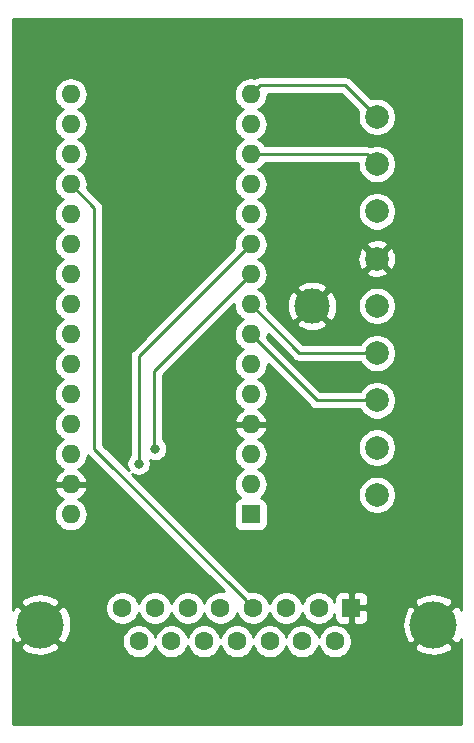
<source format=gbr>
G04 #@! TF.GenerationSoftware,KiCad,Pcbnew,(5.0.1-3-g963ef8bb5)*
G04 #@! TF.CreationDate,2019-12-09T16:28:53+01:00*
G04 #@! TF.ProjectId,Ps1 to Neogeo Adpator,50733120746F204E656F67656F204164,rev?*
G04 #@! TF.SameCoordinates,Original*
G04 #@! TF.FileFunction,Copper,L2,Bot,Signal*
G04 #@! TF.FilePolarity,Positive*
%FSLAX46Y46*%
G04 Gerber Fmt 4.6, Leading zero omitted, Abs format (unit mm)*
G04 Created by KiCad (PCBNEW (5.0.1-3-g963ef8bb5)) date Lundi 09 décembre 2019 à 16:28:53*
%MOMM*%
%LPD*%
G01*
G04 APERTURE LIST*
G04 #@! TA.AperFunction,ComponentPad*
%ADD10R,1.600000X1.600000*%
G04 #@! TD*
G04 #@! TA.AperFunction,ComponentPad*
%ADD11O,1.600000X1.600000*%
G04 #@! TD*
G04 #@! TA.AperFunction,ComponentPad*
%ADD12C,1.600000*%
G04 #@! TD*
G04 #@! TA.AperFunction,ComponentPad*
%ADD13C,4.000000*%
G04 #@! TD*
G04 #@! TA.AperFunction,ComponentPad*
%ADD14C,2.000000*%
G04 #@! TD*
G04 #@! TA.AperFunction,ComponentPad*
%ADD15C,3.000000*%
G04 #@! TD*
G04 #@! TA.AperFunction,ViaPad*
%ADD16C,0.800000*%
G04 #@! TD*
G04 #@! TA.AperFunction,Conductor*
%ADD17C,0.250000*%
G04 #@! TD*
G04 #@! TA.AperFunction,Conductor*
%ADD18C,0.254000*%
G04 #@! TD*
G04 APERTURE END LIST*
D10*
G04 #@! TO.P,A1,1*
G04 #@! TO.N,Net-(A1-Pad1)*
X131570000Y-107600000D03*
D11*
G04 #@! TO.P,A1,17*
G04 #@! TO.N,+3V3*
X116330000Y-74580000D03*
G04 #@! TO.P,A1,2*
G04 #@! TO.N,Net-(A1-Pad2)*
X131570000Y-105060000D03*
G04 #@! TO.P,A1,18*
G04 #@! TO.N,Net-(A1-Pad18)*
X116330000Y-77120000D03*
G04 #@! TO.P,A1,3*
G04 #@! TO.N,Net-(A1-Pad3)*
X131570000Y-102520000D03*
G04 #@! TO.P,A1,19*
G04 #@! TO.N,/PAD_D*
X116330000Y-79660000D03*
G04 #@! TO.P,A1,4*
G04 #@! TO.N,GND*
X131570000Y-99980000D03*
G04 #@! TO.P,A1,20*
G04 #@! TO.N,/PAD_C*
X116330000Y-82200000D03*
G04 #@! TO.P,A1,5*
G04 #@! TO.N,/START*
X131570000Y-97440000D03*
G04 #@! TO.P,A1,21*
G04 #@! TO.N,/PAD_B*
X116330000Y-84740000D03*
G04 #@! TO.P,A1,6*
G04 #@! TO.N,/SELECT*
X131570000Y-94900000D03*
G04 #@! TO.P,A1,22*
G04 #@! TO.N,/PAD_A*
X116330000Y-87280000D03*
G04 #@! TO.P,A1,7*
G04 #@! TO.N,/CLK*
X131570000Y-92360000D03*
G04 #@! TO.P,A1,23*
G04 #@! TO.N,/RIGHT*
X116330000Y-89820000D03*
G04 #@! TO.P,A1,8*
G04 #@! TO.N,/Att*
X131570000Y-89820000D03*
G04 #@! TO.P,A1,24*
G04 #@! TO.N,/LEFT*
X116330000Y-92360000D03*
G04 #@! TO.P,A1,9*
G04 #@! TO.N,/DOWN*
X131570000Y-87280000D03*
G04 #@! TO.P,A1,25*
G04 #@! TO.N,Net-(A1-Pad25)*
X116330000Y-94900000D03*
G04 #@! TO.P,A1,10*
G04 #@! TO.N,/UP*
X131570000Y-84740000D03*
G04 #@! TO.P,A1,26*
G04 #@! TO.N,Net-(A1-Pad26)*
X116330000Y-97440000D03*
G04 #@! TO.P,A1,11*
G04 #@! TO.N,Net-(A1-Pad11)*
X131570000Y-82200000D03*
G04 #@! TO.P,A1,27*
G04 #@! TO.N,+5V*
X116330000Y-99980000D03*
G04 #@! TO.P,A1,12*
G04 #@! TO.N,Net-(A1-Pad12)*
X131570000Y-79660000D03*
G04 #@! TO.P,A1,28*
G04 #@! TO.N,Net-(A1-Pad28)*
X116330000Y-102520000D03*
G04 #@! TO.P,A1,13*
G04 #@! TO.N,/Cmd*
X131570000Y-77120000D03*
G04 #@! TO.P,A1,29*
G04 #@! TO.N,GND*
X116330000Y-105060000D03*
G04 #@! TO.P,A1,14*
G04 #@! TO.N,Net-(A1-Pad14)*
X131570000Y-74580000D03*
G04 #@! TO.P,A1,30*
G04 #@! TO.N,Net-(A1-Pad30)*
X116330000Y-107600000D03*
G04 #@! TO.P,A1,15*
G04 #@! TO.N,/Data*
X131570000Y-72040000D03*
G04 #@! TO.P,A1,16*
G04 #@! TO.N,Net-(A1-Pad16)*
X116330000Y-72040000D03*
G04 #@! TD*
D10*
G04 #@! TO.P,J1,1*
G04 #@! TO.N,GND*
X140100000Y-115510000D03*
D12*
G04 #@! TO.P,J1,2*
G04 #@! TO.N,Net-(J1-Pad2)*
X137330000Y-115510000D03*
G04 #@! TO.P,J1,3*
G04 #@! TO.N,/SELECT*
X134560000Y-115510000D03*
G04 #@! TO.P,J1,4*
G04 #@! TO.N,/PAD_D*
X131790000Y-115510000D03*
G04 #@! TO.P,J1,5*
G04 #@! TO.N,/PAD_B*
X129020000Y-115510000D03*
G04 #@! TO.P,J1,6*
G04 #@! TO.N,/RIGHT*
X126250000Y-115510000D03*
G04 #@! TO.P,J1,7*
G04 #@! TO.N,/DOWN*
X123480000Y-115510000D03*
G04 #@! TO.P,J1,8*
G04 #@! TO.N,+5V*
X120710000Y-115510000D03*
G04 #@! TO.P,J1,9*
G04 #@! TO.N,Net-(J1-Pad9)*
X138715000Y-118350000D03*
G04 #@! TO.P,J1,10*
G04 #@! TO.N,Net-(J1-Pad10)*
X135945000Y-118350000D03*
G04 #@! TO.P,J1,11*
G04 #@! TO.N,/START*
X133175000Y-118350000D03*
G04 #@! TO.P,J1,12*
G04 #@! TO.N,/PAD_C*
X130405000Y-118350000D03*
G04 #@! TO.P,J1,13*
G04 #@! TO.N,/PAD_A*
X127635000Y-118350000D03*
G04 #@! TO.P,J1,14*
G04 #@! TO.N,/LEFT*
X124865000Y-118350000D03*
G04 #@! TO.P,J1,15*
G04 #@! TO.N,/UP*
X122095000Y-118350000D03*
D13*
G04 #@! TO.P,J1,0*
G04 #@! TO.N,GND*
X113755000Y-116930000D03*
X147055000Y-116930000D03*
G04 #@! TD*
D14*
G04 #@! TO.P,J2,4*
G04 #@! TO.N,GND*
X142260000Y-85940000D03*
G04 #@! TO.P,J2,3*
G04 #@! TO.N,Net-(J2-Pad3)*
X142260000Y-81940000D03*
G04 #@! TO.P,J2,2*
G04 #@! TO.N,/Cmd*
X142260000Y-77940000D03*
G04 #@! TO.P,J2,1*
G04 #@! TO.N,/Data*
X142260000Y-73940000D03*
G04 #@! TO.P,J2,9*
G04 #@! TO.N,Net-(J2-Pad9)*
X142260000Y-105940000D03*
G04 #@! TO.P,J2,8*
G04 #@! TO.N,Net-(J2-Pad8)*
X142260000Y-101940000D03*
G04 #@! TO.P,J2,7*
G04 #@! TO.N,/CLK*
X142260000Y-97940000D03*
G04 #@! TO.P,J2,6*
G04 #@! TO.N,/Att*
X142260000Y-93940000D03*
G04 #@! TO.P,J2,5*
G04 #@! TO.N,+3V3*
X142260000Y-89940000D03*
D15*
G04 #@! TO.P,J2,4*
G04 #@! TO.N,GND*
X136760000Y-89940000D03*
G04 #@! TD*
D16*
G04 #@! TO.N,/UP*
X122095000Y-103305000D03*
G04 #@! TO.N,/DOWN*
X123480000Y-102050000D03*
G04 #@! TD*
D17*
G04 #@! TO.N,/UP*
X122095000Y-94215000D02*
X122095000Y-103305000D01*
X131570000Y-84740000D02*
X122095000Y-94215000D01*
G04 #@! TO.N,/DOWN*
X123370000Y-101940000D02*
X123480000Y-102050000D01*
X123370000Y-95480000D02*
X123370000Y-101940000D01*
X131570000Y-87280000D02*
X123370000Y-95480000D01*
G04 #@! TO.N,/PAD_D*
X130990001Y-114710001D02*
X131790000Y-115510000D01*
X118330000Y-102050000D02*
X130990001Y-114710001D01*
X118330000Y-81660000D02*
X118330000Y-102050000D01*
X116330000Y-79660000D02*
X118330000Y-81660000D01*
G04 #@! TO.N,/Data*
X141260001Y-72940001D02*
X142260000Y-73940000D01*
X139560001Y-71240001D02*
X141260001Y-72940001D01*
X132369999Y-71240001D02*
X139560001Y-71240001D01*
X131570000Y-72040000D02*
X132369999Y-71240001D01*
G04 #@! TO.N,/Cmd*
X141440000Y-77120000D02*
X142260000Y-77940000D01*
X131570000Y-77120000D02*
X141440000Y-77120000D01*
G04 #@! TO.N,/CLK*
X137150000Y-97940000D02*
X142260000Y-97940000D01*
X131570000Y-92360000D02*
X137150000Y-97940000D01*
G04 #@! TO.N,/Att*
X135690000Y-93940000D02*
X131570000Y-89820000D01*
X142260000Y-93940000D02*
X135690000Y-93940000D01*
G04 #@! TD*
D18*
G04 #@! TO.N,GND*
G36*
X149385001Y-115694769D02*
X149269258Y-115478228D01*
X148902499Y-115262106D01*
X147234605Y-116930000D01*
X148902499Y-118597894D01*
X149269258Y-118381772D01*
X149385001Y-118160617D01*
X149385001Y-125325000D01*
X111435000Y-125325000D01*
X111435000Y-118777499D01*
X112087106Y-118777499D01*
X112303228Y-119144258D01*
X112763105Y-119384938D01*
X113261098Y-119531275D01*
X113778071Y-119577648D01*
X114294159Y-119522273D01*
X114789526Y-119367279D01*
X115206772Y-119144258D01*
X115422894Y-118777499D01*
X113755000Y-117109605D01*
X112087106Y-118777499D01*
X111435000Y-118777499D01*
X111435000Y-118183941D01*
X111540742Y-118381772D01*
X111907501Y-118597894D01*
X113575395Y-116930000D01*
X113934605Y-116930000D01*
X115602499Y-118597894D01*
X115969258Y-118381772D01*
X116059854Y-118208665D01*
X120660000Y-118208665D01*
X120660000Y-118491335D01*
X120715147Y-118768574D01*
X120823320Y-119029727D01*
X120980363Y-119264759D01*
X121180241Y-119464637D01*
X121415273Y-119621680D01*
X121676426Y-119729853D01*
X121953665Y-119785000D01*
X122236335Y-119785000D01*
X122513574Y-119729853D01*
X122774727Y-119621680D01*
X123009759Y-119464637D01*
X123209637Y-119264759D01*
X123366680Y-119029727D01*
X123474853Y-118768574D01*
X123480000Y-118742699D01*
X123485147Y-118768574D01*
X123593320Y-119029727D01*
X123750363Y-119264759D01*
X123950241Y-119464637D01*
X124185273Y-119621680D01*
X124446426Y-119729853D01*
X124723665Y-119785000D01*
X125006335Y-119785000D01*
X125283574Y-119729853D01*
X125544727Y-119621680D01*
X125779759Y-119464637D01*
X125979637Y-119264759D01*
X126136680Y-119029727D01*
X126244853Y-118768574D01*
X126250000Y-118742699D01*
X126255147Y-118768574D01*
X126363320Y-119029727D01*
X126520363Y-119264759D01*
X126720241Y-119464637D01*
X126955273Y-119621680D01*
X127216426Y-119729853D01*
X127493665Y-119785000D01*
X127776335Y-119785000D01*
X128053574Y-119729853D01*
X128314727Y-119621680D01*
X128549759Y-119464637D01*
X128749637Y-119264759D01*
X128906680Y-119029727D01*
X129014853Y-118768574D01*
X129020000Y-118742699D01*
X129025147Y-118768574D01*
X129133320Y-119029727D01*
X129290363Y-119264759D01*
X129490241Y-119464637D01*
X129725273Y-119621680D01*
X129986426Y-119729853D01*
X130263665Y-119785000D01*
X130546335Y-119785000D01*
X130823574Y-119729853D01*
X131084727Y-119621680D01*
X131319759Y-119464637D01*
X131519637Y-119264759D01*
X131676680Y-119029727D01*
X131784853Y-118768574D01*
X131790000Y-118742699D01*
X131795147Y-118768574D01*
X131903320Y-119029727D01*
X132060363Y-119264759D01*
X132260241Y-119464637D01*
X132495273Y-119621680D01*
X132756426Y-119729853D01*
X133033665Y-119785000D01*
X133316335Y-119785000D01*
X133593574Y-119729853D01*
X133854727Y-119621680D01*
X134089759Y-119464637D01*
X134289637Y-119264759D01*
X134446680Y-119029727D01*
X134554853Y-118768574D01*
X134560000Y-118742699D01*
X134565147Y-118768574D01*
X134673320Y-119029727D01*
X134830363Y-119264759D01*
X135030241Y-119464637D01*
X135265273Y-119621680D01*
X135526426Y-119729853D01*
X135803665Y-119785000D01*
X136086335Y-119785000D01*
X136363574Y-119729853D01*
X136624727Y-119621680D01*
X136859759Y-119464637D01*
X137059637Y-119264759D01*
X137216680Y-119029727D01*
X137324853Y-118768574D01*
X137330000Y-118742699D01*
X137335147Y-118768574D01*
X137443320Y-119029727D01*
X137600363Y-119264759D01*
X137800241Y-119464637D01*
X138035273Y-119621680D01*
X138296426Y-119729853D01*
X138573665Y-119785000D01*
X138856335Y-119785000D01*
X139133574Y-119729853D01*
X139394727Y-119621680D01*
X139629759Y-119464637D01*
X139829637Y-119264759D01*
X139986680Y-119029727D01*
X140091156Y-118777499D01*
X145387106Y-118777499D01*
X145603228Y-119144258D01*
X146063105Y-119384938D01*
X146561098Y-119531275D01*
X147078071Y-119577648D01*
X147594159Y-119522273D01*
X148089526Y-119367279D01*
X148506772Y-119144258D01*
X148722894Y-118777499D01*
X147055000Y-117109605D01*
X145387106Y-118777499D01*
X140091156Y-118777499D01*
X140094853Y-118768574D01*
X140150000Y-118491335D01*
X140150000Y-118208665D01*
X140094853Y-117931426D01*
X139986680Y-117670273D01*
X139829637Y-117435241D01*
X139629759Y-117235363D01*
X139394727Y-117078320D01*
X139133574Y-116970147D01*
X139047729Y-116953071D01*
X144407352Y-116953071D01*
X144462727Y-117469159D01*
X144617721Y-117964526D01*
X144840742Y-118381772D01*
X145207501Y-118597894D01*
X146875395Y-116930000D01*
X145207501Y-115262106D01*
X144840742Y-115478228D01*
X144600062Y-115938105D01*
X144453725Y-116436098D01*
X144407352Y-116953071D01*
X139047729Y-116953071D01*
X138856335Y-116915000D01*
X138573665Y-116915000D01*
X138296426Y-116970147D01*
X138035273Y-117078320D01*
X137800241Y-117235363D01*
X137600363Y-117435241D01*
X137443320Y-117670273D01*
X137335147Y-117931426D01*
X137330000Y-117957301D01*
X137324853Y-117931426D01*
X137216680Y-117670273D01*
X137059637Y-117435241D01*
X136859759Y-117235363D01*
X136624727Y-117078320D01*
X136363574Y-116970147D01*
X136086335Y-116915000D01*
X135803665Y-116915000D01*
X135526426Y-116970147D01*
X135265273Y-117078320D01*
X135030241Y-117235363D01*
X134830363Y-117435241D01*
X134673320Y-117670273D01*
X134565147Y-117931426D01*
X134560000Y-117957301D01*
X134554853Y-117931426D01*
X134446680Y-117670273D01*
X134289637Y-117435241D01*
X134089759Y-117235363D01*
X133854727Y-117078320D01*
X133593574Y-116970147D01*
X133316335Y-116915000D01*
X133033665Y-116915000D01*
X132756426Y-116970147D01*
X132495273Y-117078320D01*
X132260241Y-117235363D01*
X132060363Y-117435241D01*
X131903320Y-117670273D01*
X131795147Y-117931426D01*
X131790000Y-117957301D01*
X131784853Y-117931426D01*
X131676680Y-117670273D01*
X131519637Y-117435241D01*
X131319759Y-117235363D01*
X131084727Y-117078320D01*
X130823574Y-116970147D01*
X130546335Y-116915000D01*
X130263665Y-116915000D01*
X129986426Y-116970147D01*
X129725273Y-117078320D01*
X129490241Y-117235363D01*
X129290363Y-117435241D01*
X129133320Y-117670273D01*
X129025147Y-117931426D01*
X129020000Y-117957301D01*
X129014853Y-117931426D01*
X128906680Y-117670273D01*
X128749637Y-117435241D01*
X128549759Y-117235363D01*
X128314727Y-117078320D01*
X128053574Y-116970147D01*
X127776335Y-116915000D01*
X127493665Y-116915000D01*
X127216426Y-116970147D01*
X126955273Y-117078320D01*
X126720241Y-117235363D01*
X126520363Y-117435241D01*
X126363320Y-117670273D01*
X126255147Y-117931426D01*
X126250000Y-117957301D01*
X126244853Y-117931426D01*
X126136680Y-117670273D01*
X125979637Y-117435241D01*
X125779759Y-117235363D01*
X125544727Y-117078320D01*
X125283574Y-116970147D01*
X125006335Y-116915000D01*
X124723665Y-116915000D01*
X124446426Y-116970147D01*
X124185273Y-117078320D01*
X123950241Y-117235363D01*
X123750363Y-117435241D01*
X123593320Y-117670273D01*
X123485147Y-117931426D01*
X123480000Y-117957301D01*
X123474853Y-117931426D01*
X123366680Y-117670273D01*
X123209637Y-117435241D01*
X123009759Y-117235363D01*
X122774727Y-117078320D01*
X122513574Y-116970147D01*
X122236335Y-116915000D01*
X121953665Y-116915000D01*
X121676426Y-116970147D01*
X121415273Y-117078320D01*
X121180241Y-117235363D01*
X120980363Y-117435241D01*
X120823320Y-117670273D01*
X120715147Y-117931426D01*
X120660000Y-118208665D01*
X116059854Y-118208665D01*
X116209938Y-117921895D01*
X116356275Y-117423902D01*
X116402648Y-116906929D01*
X116347273Y-116390841D01*
X116192279Y-115895474D01*
X115969258Y-115478228D01*
X115602499Y-115262106D01*
X113934605Y-116930000D01*
X113575395Y-116930000D01*
X111907501Y-115262106D01*
X111540742Y-115478228D01*
X111435000Y-115680274D01*
X111435000Y-115082501D01*
X112087106Y-115082501D01*
X113755000Y-116750395D01*
X115422894Y-115082501D01*
X115206772Y-114715742D01*
X114746895Y-114475062D01*
X114248902Y-114328725D01*
X113731929Y-114282352D01*
X113215841Y-114337727D01*
X112720474Y-114492721D01*
X112303228Y-114715742D01*
X112087106Y-115082501D01*
X111435000Y-115082501D01*
X111435000Y-107600000D01*
X114888057Y-107600000D01*
X114915764Y-107881309D01*
X114997818Y-108151808D01*
X115131068Y-108401101D01*
X115310392Y-108619608D01*
X115528899Y-108798932D01*
X115778192Y-108932182D01*
X116048691Y-109014236D01*
X116259508Y-109035000D01*
X116400492Y-109035000D01*
X116611309Y-109014236D01*
X116881808Y-108932182D01*
X117131101Y-108798932D01*
X117349608Y-108619608D01*
X117528932Y-108401101D01*
X117662182Y-108151808D01*
X117744236Y-107881309D01*
X117771943Y-107600000D01*
X117744236Y-107318691D01*
X117662182Y-107048192D01*
X117528932Y-106798899D01*
X117349608Y-106580392D01*
X117131101Y-106401068D01*
X116993318Y-106327421D01*
X117185131Y-106212385D01*
X117393519Y-106023414D01*
X117561037Y-105797420D01*
X117681246Y-105543087D01*
X117721904Y-105409039D01*
X117599915Y-105187000D01*
X116457000Y-105187000D01*
X116457000Y-105207000D01*
X116203000Y-105207000D01*
X116203000Y-105187000D01*
X115060085Y-105187000D01*
X114938096Y-105409039D01*
X114978754Y-105543087D01*
X115098963Y-105797420D01*
X115266481Y-106023414D01*
X115474869Y-106212385D01*
X115666682Y-106327421D01*
X115528899Y-106401068D01*
X115310392Y-106580392D01*
X115131068Y-106798899D01*
X114997818Y-107048192D01*
X114915764Y-107318691D01*
X114888057Y-107600000D01*
X111435000Y-107600000D01*
X111435000Y-72040000D01*
X114888057Y-72040000D01*
X114915764Y-72321309D01*
X114997818Y-72591808D01*
X115131068Y-72841101D01*
X115310392Y-73059608D01*
X115528899Y-73238932D01*
X115661858Y-73310000D01*
X115528899Y-73381068D01*
X115310392Y-73560392D01*
X115131068Y-73778899D01*
X114997818Y-74028192D01*
X114915764Y-74298691D01*
X114888057Y-74580000D01*
X114915764Y-74861309D01*
X114997818Y-75131808D01*
X115131068Y-75381101D01*
X115310392Y-75599608D01*
X115528899Y-75778932D01*
X115661858Y-75850000D01*
X115528899Y-75921068D01*
X115310392Y-76100392D01*
X115131068Y-76318899D01*
X114997818Y-76568192D01*
X114915764Y-76838691D01*
X114888057Y-77120000D01*
X114915764Y-77401309D01*
X114997818Y-77671808D01*
X115131068Y-77921101D01*
X115310392Y-78139608D01*
X115528899Y-78318932D01*
X115661858Y-78390000D01*
X115528899Y-78461068D01*
X115310392Y-78640392D01*
X115131068Y-78858899D01*
X114997818Y-79108192D01*
X114915764Y-79378691D01*
X114888057Y-79660000D01*
X114915764Y-79941309D01*
X114997818Y-80211808D01*
X115131068Y-80461101D01*
X115310392Y-80679608D01*
X115528899Y-80858932D01*
X115661858Y-80930000D01*
X115528899Y-81001068D01*
X115310392Y-81180392D01*
X115131068Y-81398899D01*
X114997818Y-81648192D01*
X114915764Y-81918691D01*
X114888057Y-82200000D01*
X114915764Y-82481309D01*
X114997818Y-82751808D01*
X115131068Y-83001101D01*
X115310392Y-83219608D01*
X115528899Y-83398932D01*
X115661858Y-83470000D01*
X115528899Y-83541068D01*
X115310392Y-83720392D01*
X115131068Y-83938899D01*
X114997818Y-84188192D01*
X114915764Y-84458691D01*
X114888057Y-84740000D01*
X114915764Y-85021309D01*
X114997818Y-85291808D01*
X115131068Y-85541101D01*
X115310392Y-85759608D01*
X115528899Y-85938932D01*
X115661858Y-86010000D01*
X115528899Y-86081068D01*
X115310392Y-86260392D01*
X115131068Y-86478899D01*
X114997818Y-86728192D01*
X114915764Y-86998691D01*
X114888057Y-87280000D01*
X114915764Y-87561309D01*
X114997818Y-87831808D01*
X115131068Y-88081101D01*
X115310392Y-88299608D01*
X115528899Y-88478932D01*
X115661858Y-88550000D01*
X115528899Y-88621068D01*
X115310392Y-88800392D01*
X115131068Y-89018899D01*
X114997818Y-89268192D01*
X114915764Y-89538691D01*
X114888057Y-89820000D01*
X114915764Y-90101309D01*
X114997818Y-90371808D01*
X115131068Y-90621101D01*
X115310392Y-90839608D01*
X115528899Y-91018932D01*
X115661858Y-91090000D01*
X115528899Y-91161068D01*
X115310392Y-91340392D01*
X115131068Y-91558899D01*
X114997818Y-91808192D01*
X114915764Y-92078691D01*
X114888057Y-92360000D01*
X114915764Y-92641309D01*
X114997818Y-92911808D01*
X115131068Y-93161101D01*
X115310392Y-93379608D01*
X115528899Y-93558932D01*
X115661858Y-93630000D01*
X115528899Y-93701068D01*
X115310392Y-93880392D01*
X115131068Y-94098899D01*
X114997818Y-94348192D01*
X114915764Y-94618691D01*
X114888057Y-94900000D01*
X114915764Y-95181309D01*
X114997818Y-95451808D01*
X115131068Y-95701101D01*
X115310392Y-95919608D01*
X115528899Y-96098932D01*
X115661858Y-96170000D01*
X115528899Y-96241068D01*
X115310392Y-96420392D01*
X115131068Y-96638899D01*
X114997818Y-96888192D01*
X114915764Y-97158691D01*
X114888057Y-97440000D01*
X114915764Y-97721309D01*
X114997818Y-97991808D01*
X115131068Y-98241101D01*
X115310392Y-98459608D01*
X115528899Y-98638932D01*
X115661858Y-98710000D01*
X115528899Y-98781068D01*
X115310392Y-98960392D01*
X115131068Y-99178899D01*
X114997818Y-99428192D01*
X114915764Y-99698691D01*
X114888057Y-99980000D01*
X114915764Y-100261309D01*
X114997818Y-100531808D01*
X115131068Y-100781101D01*
X115310392Y-100999608D01*
X115528899Y-101178932D01*
X115661858Y-101250000D01*
X115528899Y-101321068D01*
X115310392Y-101500392D01*
X115131068Y-101718899D01*
X114997818Y-101968192D01*
X114915764Y-102238691D01*
X114888057Y-102520000D01*
X114915764Y-102801309D01*
X114997818Y-103071808D01*
X115131068Y-103321101D01*
X115310392Y-103539608D01*
X115528899Y-103718932D01*
X115666682Y-103792579D01*
X115474869Y-103907615D01*
X115266481Y-104096586D01*
X115098963Y-104322580D01*
X114978754Y-104576913D01*
X114938096Y-104710961D01*
X115060085Y-104933000D01*
X116203000Y-104933000D01*
X116203000Y-104913000D01*
X116457000Y-104913000D01*
X116457000Y-104933000D01*
X117599915Y-104933000D01*
X117721904Y-104710961D01*
X117681246Y-104576913D01*
X117561037Y-104322580D01*
X117393519Y-104096586D01*
X117185131Y-103907615D01*
X116993318Y-103792579D01*
X117131101Y-103718932D01*
X117349608Y-103539608D01*
X117528932Y-103321101D01*
X117662182Y-103071808D01*
X117744236Y-102801309D01*
X117767722Y-102562855D01*
X117790000Y-102590001D01*
X117818998Y-102613799D01*
X129309713Y-114104515D01*
X129161335Y-114075000D01*
X128878665Y-114075000D01*
X128601426Y-114130147D01*
X128340273Y-114238320D01*
X128105241Y-114395363D01*
X127905363Y-114595241D01*
X127748320Y-114830273D01*
X127640147Y-115091426D01*
X127635000Y-115117301D01*
X127629853Y-115091426D01*
X127521680Y-114830273D01*
X127364637Y-114595241D01*
X127164759Y-114395363D01*
X126929727Y-114238320D01*
X126668574Y-114130147D01*
X126391335Y-114075000D01*
X126108665Y-114075000D01*
X125831426Y-114130147D01*
X125570273Y-114238320D01*
X125335241Y-114395363D01*
X125135363Y-114595241D01*
X124978320Y-114830273D01*
X124870147Y-115091426D01*
X124865000Y-115117301D01*
X124859853Y-115091426D01*
X124751680Y-114830273D01*
X124594637Y-114595241D01*
X124394759Y-114395363D01*
X124159727Y-114238320D01*
X123898574Y-114130147D01*
X123621335Y-114075000D01*
X123338665Y-114075000D01*
X123061426Y-114130147D01*
X122800273Y-114238320D01*
X122565241Y-114395363D01*
X122365363Y-114595241D01*
X122208320Y-114830273D01*
X122100147Y-115091426D01*
X122095000Y-115117301D01*
X122089853Y-115091426D01*
X121981680Y-114830273D01*
X121824637Y-114595241D01*
X121624759Y-114395363D01*
X121389727Y-114238320D01*
X121128574Y-114130147D01*
X120851335Y-114075000D01*
X120568665Y-114075000D01*
X120291426Y-114130147D01*
X120030273Y-114238320D01*
X119795241Y-114395363D01*
X119595363Y-114595241D01*
X119438320Y-114830273D01*
X119330147Y-115091426D01*
X119275000Y-115368665D01*
X119275000Y-115651335D01*
X119330147Y-115928574D01*
X119438320Y-116189727D01*
X119595363Y-116424759D01*
X119795241Y-116624637D01*
X120030273Y-116781680D01*
X120291426Y-116889853D01*
X120568665Y-116945000D01*
X120851335Y-116945000D01*
X121128574Y-116889853D01*
X121389727Y-116781680D01*
X121624759Y-116624637D01*
X121824637Y-116424759D01*
X121981680Y-116189727D01*
X122089853Y-115928574D01*
X122095000Y-115902699D01*
X122100147Y-115928574D01*
X122208320Y-116189727D01*
X122365363Y-116424759D01*
X122565241Y-116624637D01*
X122800273Y-116781680D01*
X123061426Y-116889853D01*
X123338665Y-116945000D01*
X123621335Y-116945000D01*
X123898574Y-116889853D01*
X124159727Y-116781680D01*
X124394759Y-116624637D01*
X124594637Y-116424759D01*
X124751680Y-116189727D01*
X124859853Y-115928574D01*
X124865000Y-115902699D01*
X124870147Y-115928574D01*
X124978320Y-116189727D01*
X125135363Y-116424759D01*
X125335241Y-116624637D01*
X125570273Y-116781680D01*
X125831426Y-116889853D01*
X126108665Y-116945000D01*
X126391335Y-116945000D01*
X126668574Y-116889853D01*
X126929727Y-116781680D01*
X127164759Y-116624637D01*
X127364637Y-116424759D01*
X127521680Y-116189727D01*
X127629853Y-115928574D01*
X127635000Y-115902699D01*
X127640147Y-115928574D01*
X127748320Y-116189727D01*
X127905363Y-116424759D01*
X128105241Y-116624637D01*
X128340273Y-116781680D01*
X128601426Y-116889853D01*
X128878665Y-116945000D01*
X129161335Y-116945000D01*
X129438574Y-116889853D01*
X129699727Y-116781680D01*
X129934759Y-116624637D01*
X130134637Y-116424759D01*
X130291680Y-116189727D01*
X130399853Y-115928574D01*
X130405000Y-115902699D01*
X130410147Y-115928574D01*
X130518320Y-116189727D01*
X130675363Y-116424759D01*
X130875241Y-116624637D01*
X131110273Y-116781680D01*
X131371426Y-116889853D01*
X131648665Y-116945000D01*
X131931335Y-116945000D01*
X132208574Y-116889853D01*
X132469727Y-116781680D01*
X132704759Y-116624637D01*
X132904637Y-116424759D01*
X133061680Y-116189727D01*
X133169853Y-115928574D01*
X133175000Y-115902699D01*
X133180147Y-115928574D01*
X133288320Y-116189727D01*
X133445363Y-116424759D01*
X133645241Y-116624637D01*
X133880273Y-116781680D01*
X134141426Y-116889853D01*
X134418665Y-116945000D01*
X134701335Y-116945000D01*
X134978574Y-116889853D01*
X135239727Y-116781680D01*
X135474759Y-116624637D01*
X135674637Y-116424759D01*
X135831680Y-116189727D01*
X135939853Y-115928574D01*
X135945000Y-115902699D01*
X135950147Y-115928574D01*
X136058320Y-116189727D01*
X136215363Y-116424759D01*
X136415241Y-116624637D01*
X136650273Y-116781680D01*
X136911426Y-116889853D01*
X137188665Y-116945000D01*
X137471335Y-116945000D01*
X137748574Y-116889853D01*
X138009727Y-116781680D01*
X138244759Y-116624637D01*
X138444637Y-116424759D01*
X138601680Y-116189727D01*
X138665000Y-116036859D01*
X138665000Y-116372542D01*
X138689403Y-116495223D01*
X138737270Y-116610785D01*
X138806763Y-116714789D01*
X138895211Y-116803237D01*
X138999215Y-116872730D01*
X139114777Y-116920597D01*
X139237458Y-116945000D01*
X139814250Y-116945000D01*
X139973000Y-116786250D01*
X139973000Y-115637000D01*
X140227000Y-115637000D01*
X140227000Y-116786250D01*
X140385750Y-116945000D01*
X140962542Y-116945000D01*
X141085223Y-116920597D01*
X141200785Y-116872730D01*
X141304789Y-116803237D01*
X141393237Y-116714789D01*
X141462730Y-116610785D01*
X141510597Y-116495223D01*
X141535000Y-116372542D01*
X141535000Y-115795750D01*
X141376250Y-115637000D01*
X140227000Y-115637000D01*
X139973000Y-115637000D01*
X139953000Y-115637000D01*
X139953000Y-115383000D01*
X139973000Y-115383000D01*
X139973000Y-114233750D01*
X140227000Y-114233750D01*
X140227000Y-115383000D01*
X141376250Y-115383000D01*
X141535000Y-115224250D01*
X141535000Y-115082501D01*
X145387106Y-115082501D01*
X147055000Y-116750395D01*
X148722894Y-115082501D01*
X148506772Y-114715742D01*
X148046895Y-114475062D01*
X147548902Y-114328725D01*
X147031929Y-114282352D01*
X146515841Y-114337727D01*
X146020474Y-114492721D01*
X145603228Y-114715742D01*
X145387106Y-115082501D01*
X141535000Y-115082501D01*
X141535000Y-114647458D01*
X141510597Y-114524777D01*
X141462730Y-114409215D01*
X141393237Y-114305211D01*
X141304789Y-114216763D01*
X141200785Y-114147270D01*
X141085223Y-114099403D01*
X140962542Y-114075000D01*
X140385750Y-114075000D01*
X140227000Y-114233750D01*
X139973000Y-114233750D01*
X139814250Y-114075000D01*
X139237458Y-114075000D01*
X139114777Y-114099403D01*
X138999215Y-114147270D01*
X138895211Y-114216763D01*
X138806763Y-114305211D01*
X138737270Y-114409215D01*
X138689403Y-114524777D01*
X138665000Y-114647458D01*
X138665000Y-114983141D01*
X138601680Y-114830273D01*
X138444637Y-114595241D01*
X138244759Y-114395363D01*
X138009727Y-114238320D01*
X137748574Y-114130147D01*
X137471335Y-114075000D01*
X137188665Y-114075000D01*
X136911426Y-114130147D01*
X136650273Y-114238320D01*
X136415241Y-114395363D01*
X136215363Y-114595241D01*
X136058320Y-114830273D01*
X135950147Y-115091426D01*
X135945000Y-115117301D01*
X135939853Y-115091426D01*
X135831680Y-114830273D01*
X135674637Y-114595241D01*
X135474759Y-114395363D01*
X135239727Y-114238320D01*
X134978574Y-114130147D01*
X134701335Y-114075000D01*
X134418665Y-114075000D01*
X134141426Y-114130147D01*
X133880273Y-114238320D01*
X133645241Y-114395363D01*
X133445363Y-114595241D01*
X133288320Y-114830273D01*
X133180147Y-115091426D01*
X133175000Y-115117301D01*
X133169853Y-115091426D01*
X133061680Y-114830273D01*
X132904637Y-114595241D01*
X132704759Y-114395363D01*
X132469727Y-114238320D01*
X132208574Y-114130147D01*
X131931335Y-114075000D01*
X131648665Y-114075000D01*
X131466114Y-114111312D01*
X121521152Y-104166351D01*
X121604744Y-104222205D01*
X121793102Y-104300226D01*
X121993061Y-104340000D01*
X122196939Y-104340000D01*
X122396898Y-104300226D01*
X122585256Y-104222205D01*
X122754774Y-104108937D01*
X122898937Y-103964774D01*
X123012205Y-103795256D01*
X123090226Y-103606898D01*
X123130000Y-103406939D01*
X123130000Y-103203061D01*
X123091467Y-103009340D01*
X123178102Y-103045226D01*
X123378061Y-103085000D01*
X123581939Y-103085000D01*
X123781898Y-103045226D01*
X123970256Y-102967205D01*
X124139774Y-102853937D01*
X124283937Y-102709774D01*
X124397205Y-102540256D01*
X124405595Y-102520000D01*
X130128057Y-102520000D01*
X130155764Y-102801309D01*
X130237818Y-103071808D01*
X130371068Y-103321101D01*
X130550392Y-103539608D01*
X130768899Y-103718932D01*
X130901858Y-103790000D01*
X130768899Y-103861068D01*
X130550392Y-104040392D01*
X130371068Y-104258899D01*
X130237818Y-104508192D01*
X130155764Y-104778691D01*
X130128057Y-105060000D01*
X130155764Y-105341309D01*
X130237818Y-105611808D01*
X130371068Y-105861101D01*
X130550392Y-106079608D01*
X130663482Y-106172419D01*
X130645518Y-106174188D01*
X130525820Y-106210498D01*
X130415506Y-106269463D01*
X130318815Y-106348815D01*
X130239463Y-106445506D01*
X130180498Y-106555820D01*
X130144188Y-106675518D01*
X130131928Y-106800000D01*
X130131928Y-108400000D01*
X130144188Y-108524482D01*
X130180498Y-108644180D01*
X130239463Y-108754494D01*
X130318815Y-108851185D01*
X130415506Y-108930537D01*
X130525820Y-108989502D01*
X130645518Y-109025812D01*
X130770000Y-109038072D01*
X132370000Y-109038072D01*
X132494482Y-109025812D01*
X132614180Y-108989502D01*
X132724494Y-108930537D01*
X132821185Y-108851185D01*
X132900537Y-108754494D01*
X132959502Y-108644180D01*
X132995812Y-108524482D01*
X133008072Y-108400000D01*
X133008072Y-106800000D01*
X132995812Y-106675518D01*
X132959502Y-106555820D01*
X132900537Y-106445506D01*
X132821185Y-106348815D01*
X132724494Y-106269463D01*
X132614180Y-106210498D01*
X132494482Y-106174188D01*
X132476518Y-106172419D01*
X132589608Y-106079608D01*
X132768932Y-105861101D01*
X132812833Y-105778967D01*
X140625000Y-105778967D01*
X140625000Y-106101033D01*
X140687832Y-106416912D01*
X140811082Y-106714463D01*
X140990013Y-106982252D01*
X141217748Y-107209987D01*
X141485537Y-107388918D01*
X141783088Y-107512168D01*
X142098967Y-107575000D01*
X142421033Y-107575000D01*
X142736912Y-107512168D01*
X143034463Y-107388918D01*
X143302252Y-107209987D01*
X143529987Y-106982252D01*
X143708918Y-106714463D01*
X143832168Y-106416912D01*
X143895000Y-106101033D01*
X143895000Y-105778967D01*
X143832168Y-105463088D01*
X143708918Y-105165537D01*
X143529987Y-104897748D01*
X143302252Y-104670013D01*
X143034463Y-104491082D01*
X142736912Y-104367832D01*
X142421033Y-104305000D01*
X142098967Y-104305000D01*
X141783088Y-104367832D01*
X141485537Y-104491082D01*
X141217748Y-104670013D01*
X140990013Y-104897748D01*
X140811082Y-105165537D01*
X140687832Y-105463088D01*
X140625000Y-105778967D01*
X132812833Y-105778967D01*
X132902182Y-105611808D01*
X132984236Y-105341309D01*
X133011943Y-105060000D01*
X132984236Y-104778691D01*
X132902182Y-104508192D01*
X132768932Y-104258899D01*
X132589608Y-104040392D01*
X132371101Y-103861068D01*
X132238142Y-103790000D01*
X132371101Y-103718932D01*
X132589608Y-103539608D01*
X132768932Y-103321101D01*
X132902182Y-103071808D01*
X132984236Y-102801309D01*
X133011943Y-102520000D01*
X132984236Y-102238691D01*
X132902182Y-101968192D01*
X132801040Y-101778967D01*
X140625000Y-101778967D01*
X140625000Y-102101033D01*
X140687832Y-102416912D01*
X140811082Y-102714463D01*
X140990013Y-102982252D01*
X141217748Y-103209987D01*
X141485537Y-103388918D01*
X141783088Y-103512168D01*
X142098967Y-103575000D01*
X142421033Y-103575000D01*
X142736912Y-103512168D01*
X143034463Y-103388918D01*
X143302252Y-103209987D01*
X143529987Y-102982252D01*
X143708918Y-102714463D01*
X143832168Y-102416912D01*
X143895000Y-102101033D01*
X143895000Y-101778967D01*
X143832168Y-101463088D01*
X143708918Y-101165537D01*
X143529987Y-100897748D01*
X143302252Y-100670013D01*
X143034463Y-100491082D01*
X142736912Y-100367832D01*
X142421033Y-100305000D01*
X142098967Y-100305000D01*
X141783088Y-100367832D01*
X141485537Y-100491082D01*
X141217748Y-100670013D01*
X140990013Y-100897748D01*
X140811082Y-101165537D01*
X140687832Y-101463088D01*
X140625000Y-101778967D01*
X132801040Y-101778967D01*
X132768932Y-101718899D01*
X132589608Y-101500392D01*
X132371101Y-101321068D01*
X132233318Y-101247421D01*
X132425131Y-101132385D01*
X132633519Y-100943414D01*
X132801037Y-100717420D01*
X132921246Y-100463087D01*
X132961904Y-100329039D01*
X132839915Y-100107000D01*
X131697000Y-100107000D01*
X131697000Y-100127000D01*
X131443000Y-100127000D01*
X131443000Y-100107000D01*
X130300085Y-100107000D01*
X130178096Y-100329039D01*
X130218754Y-100463087D01*
X130338963Y-100717420D01*
X130506481Y-100943414D01*
X130714869Y-101132385D01*
X130906682Y-101247421D01*
X130768899Y-101321068D01*
X130550392Y-101500392D01*
X130371068Y-101718899D01*
X130237818Y-101968192D01*
X130155764Y-102238691D01*
X130128057Y-102520000D01*
X124405595Y-102520000D01*
X124475226Y-102351898D01*
X124515000Y-102151939D01*
X124515000Y-101948061D01*
X124475226Y-101748102D01*
X124397205Y-101559744D01*
X124283937Y-101390226D01*
X124139774Y-101246063D01*
X124130000Y-101239532D01*
X124130000Y-95794801D01*
X130130598Y-89794204D01*
X130128057Y-89820000D01*
X130155764Y-90101309D01*
X130237818Y-90371808D01*
X130371068Y-90621101D01*
X130550392Y-90839608D01*
X130768899Y-91018932D01*
X130901858Y-91090000D01*
X130768899Y-91161068D01*
X130550392Y-91340392D01*
X130371068Y-91558899D01*
X130237818Y-91808192D01*
X130155764Y-92078691D01*
X130128057Y-92360000D01*
X130155764Y-92641309D01*
X130237818Y-92911808D01*
X130371068Y-93161101D01*
X130550392Y-93379608D01*
X130768899Y-93558932D01*
X130901858Y-93630000D01*
X130768899Y-93701068D01*
X130550392Y-93880392D01*
X130371068Y-94098899D01*
X130237818Y-94348192D01*
X130155764Y-94618691D01*
X130128057Y-94900000D01*
X130155764Y-95181309D01*
X130237818Y-95451808D01*
X130371068Y-95701101D01*
X130550392Y-95919608D01*
X130768899Y-96098932D01*
X130901858Y-96170000D01*
X130768899Y-96241068D01*
X130550392Y-96420392D01*
X130371068Y-96638899D01*
X130237818Y-96888192D01*
X130155764Y-97158691D01*
X130128057Y-97440000D01*
X130155764Y-97721309D01*
X130237818Y-97991808D01*
X130371068Y-98241101D01*
X130550392Y-98459608D01*
X130768899Y-98638932D01*
X130906682Y-98712579D01*
X130714869Y-98827615D01*
X130506481Y-99016586D01*
X130338963Y-99242580D01*
X130218754Y-99496913D01*
X130178096Y-99630961D01*
X130300085Y-99853000D01*
X131443000Y-99853000D01*
X131443000Y-99833000D01*
X131697000Y-99833000D01*
X131697000Y-99853000D01*
X132839915Y-99853000D01*
X132961904Y-99630961D01*
X132921246Y-99496913D01*
X132801037Y-99242580D01*
X132633519Y-99016586D01*
X132425131Y-98827615D01*
X132233318Y-98712579D01*
X132371101Y-98638932D01*
X132589608Y-98459608D01*
X132768932Y-98241101D01*
X132902182Y-97991808D01*
X132984236Y-97721309D01*
X133011943Y-97440000D01*
X132984236Y-97158691D01*
X132902182Y-96888192D01*
X132768932Y-96638899D01*
X132589608Y-96420392D01*
X132371101Y-96241068D01*
X132238142Y-96170000D01*
X132371101Y-96098932D01*
X132589608Y-95919608D01*
X132768932Y-95701101D01*
X132902182Y-95451808D01*
X132984236Y-95181309D01*
X133011943Y-94900000D01*
X133009402Y-94874204D01*
X136586201Y-98451003D01*
X136609999Y-98480001D01*
X136725724Y-98574974D01*
X136857753Y-98645546D01*
X137001014Y-98689003D01*
X137112667Y-98700000D01*
X137112675Y-98700000D01*
X137150000Y-98703676D01*
X137187325Y-98700000D01*
X140805091Y-98700000D01*
X140811082Y-98714463D01*
X140990013Y-98982252D01*
X141217748Y-99209987D01*
X141485537Y-99388918D01*
X141783088Y-99512168D01*
X142098967Y-99575000D01*
X142421033Y-99575000D01*
X142736912Y-99512168D01*
X143034463Y-99388918D01*
X143302252Y-99209987D01*
X143529987Y-98982252D01*
X143708918Y-98714463D01*
X143832168Y-98416912D01*
X143895000Y-98101033D01*
X143895000Y-97778967D01*
X143832168Y-97463088D01*
X143708918Y-97165537D01*
X143529987Y-96897748D01*
X143302252Y-96670013D01*
X143034463Y-96491082D01*
X142736912Y-96367832D01*
X142421033Y-96305000D01*
X142098967Y-96305000D01*
X141783088Y-96367832D01*
X141485537Y-96491082D01*
X141217748Y-96670013D01*
X140990013Y-96897748D01*
X140811082Y-97165537D01*
X140805091Y-97180000D01*
X137464802Y-97180000D01*
X132970708Y-92685906D01*
X132984236Y-92641309D01*
X133011943Y-92360000D01*
X133009402Y-92334204D01*
X135126201Y-94451003D01*
X135149999Y-94480001D01*
X135178997Y-94503799D01*
X135265723Y-94574974D01*
X135386023Y-94639276D01*
X135397753Y-94645546D01*
X135541014Y-94689003D01*
X135652667Y-94700000D01*
X135652677Y-94700000D01*
X135690000Y-94703676D01*
X135727323Y-94700000D01*
X140805091Y-94700000D01*
X140811082Y-94714463D01*
X140990013Y-94982252D01*
X141217748Y-95209987D01*
X141485537Y-95388918D01*
X141783088Y-95512168D01*
X142098967Y-95575000D01*
X142421033Y-95575000D01*
X142736912Y-95512168D01*
X143034463Y-95388918D01*
X143302252Y-95209987D01*
X143529987Y-94982252D01*
X143708918Y-94714463D01*
X143832168Y-94416912D01*
X143895000Y-94101033D01*
X143895000Y-93778967D01*
X143832168Y-93463088D01*
X143708918Y-93165537D01*
X143529987Y-92897748D01*
X143302252Y-92670013D01*
X143034463Y-92491082D01*
X142736912Y-92367832D01*
X142421033Y-92305000D01*
X142098967Y-92305000D01*
X141783088Y-92367832D01*
X141485537Y-92491082D01*
X141217748Y-92670013D01*
X140990013Y-92897748D01*
X140811082Y-93165537D01*
X140805091Y-93180000D01*
X136004802Y-93180000D01*
X134256455Y-91431653D01*
X135447952Y-91431653D01*
X135603962Y-91747214D01*
X135978745Y-91938020D01*
X136383551Y-92052044D01*
X136802824Y-92084902D01*
X137220451Y-92035334D01*
X137620383Y-91905243D01*
X137916038Y-91747214D01*
X138072048Y-91431653D01*
X136760000Y-90119605D01*
X135447952Y-91431653D01*
X134256455Y-91431653D01*
X132970708Y-90145906D01*
X132984236Y-90101309D01*
X132995905Y-89982824D01*
X134615098Y-89982824D01*
X134664666Y-90400451D01*
X134794757Y-90800383D01*
X134952786Y-91096038D01*
X135268347Y-91252048D01*
X136580395Y-89940000D01*
X136939605Y-89940000D01*
X138251653Y-91252048D01*
X138567214Y-91096038D01*
X138758020Y-90721255D01*
X138872044Y-90316449D01*
X138904902Y-89897176D01*
X138890872Y-89778967D01*
X140625000Y-89778967D01*
X140625000Y-90101033D01*
X140687832Y-90416912D01*
X140811082Y-90714463D01*
X140990013Y-90982252D01*
X141217748Y-91209987D01*
X141485537Y-91388918D01*
X141783088Y-91512168D01*
X142098967Y-91575000D01*
X142421033Y-91575000D01*
X142736912Y-91512168D01*
X143034463Y-91388918D01*
X143302252Y-91209987D01*
X143529987Y-90982252D01*
X143708918Y-90714463D01*
X143832168Y-90416912D01*
X143895000Y-90101033D01*
X143895000Y-89778967D01*
X143832168Y-89463088D01*
X143708918Y-89165537D01*
X143529987Y-88897748D01*
X143302252Y-88670013D01*
X143034463Y-88491082D01*
X142736912Y-88367832D01*
X142421033Y-88305000D01*
X142098967Y-88305000D01*
X141783088Y-88367832D01*
X141485537Y-88491082D01*
X141217748Y-88670013D01*
X140990013Y-88897748D01*
X140811082Y-89165537D01*
X140687832Y-89463088D01*
X140625000Y-89778967D01*
X138890872Y-89778967D01*
X138855334Y-89479549D01*
X138725243Y-89079617D01*
X138567214Y-88783962D01*
X138251653Y-88627952D01*
X136939605Y-89940000D01*
X136580395Y-89940000D01*
X135268347Y-88627952D01*
X134952786Y-88783962D01*
X134761980Y-89158745D01*
X134647956Y-89563551D01*
X134615098Y-89982824D01*
X132995905Y-89982824D01*
X133011943Y-89820000D01*
X132984236Y-89538691D01*
X132902182Y-89268192D01*
X132768932Y-89018899D01*
X132589608Y-88800392D01*
X132371101Y-88621068D01*
X132238142Y-88550000D01*
X132371101Y-88478932D01*
X132408368Y-88448347D01*
X135447952Y-88448347D01*
X136760000Y-89760395D01*
X138072048Y-88448347D01*
X137916038Y-88132786D01*
X137541255Y-87941980D01*
X137136449Y-87827956D01*
X136717176Y-87795098D01*
X136299549Y-87844666D01*
X135899617Y-87974757D01*
X135603962Y-88132786D01*
X135447952Y-88448347D01*
X132408368Y-88448347D01*
X132589608Y-88299608D01*
X132768932Y-88081101D01*
X132902182Y-87831808D01*
X132984236Y-87561309D01*
X133011943Y-87280000D01*
X132991793Y-87075413D01*
X141304192Y-87075413D01*
X141399956Y-87339814D01*
X141689571Y-87480704D01*
X142001108Y-87562384D01*
X142322595Y-87581718D01*
X142641675Y-87537961D01*
X142946088Y-87432795D01*
X143120044Y-87339814D01*
X143215808Y-87075413D01*
X142260000Y-86119605D01*
X141304192Y-87075413D01*
X132991793Y-87075413D01*
X132984236Y-86998691D01*
X132902182Y-86728192D01*
X132768932Y-86478899D01*
X132589608Y-86260392D01*
X132371101Y-86081068D01*
X132238142Y-86010000D01*
X132251995Y-86002595D01*
X140618282Y-86002595D01*
X140662039Y-86321675D01*
X140767205Y-86626088D01*
X140860186Y-86800044D01*
X141124587Y-86895808D01*
X142080395Y-85940000D01*
X142439605Y-85940000D01*
X143395413Y-86895808D01*
X143659814Y-86800044D01*
X143800704Y-86510429D01*
X143882384Y-86198892D01*
X143901718Y-85877405D01*
X143857961Y-85558325D01*
X143752795Y-85253912D01*
X143659814Y-85079956D01*
X143395413Y-84984192D01*
X142439605Y-85940000D01*
X142080395Y-85940000D01*
X141124587Y-84984192D01*
X140860186Y-85079956D01*
X140719296Y-85369571D01*
X140637616Y-85681108D01*
X140618282Y-86002595D01*
X132251995Y-86002595D01*
X132371101Y-85938932D01*
X132589608Y-85759608D01*
X132768932Y-85541101D01*
X132902182Y-85291808D01*
X132984236Y-85021309D01*
X133005581Y-84804587D01*
X141304192Y-84804587D01*
X142260000Y-85760395D01*
X143215808Y-84804587D01*
X143120044Y-84540186D01*
X142830429Y-84399296D01*
X142518892Y-84317616D01*
X142197405Y-84298282D01*
X141878325Y-84342039D01*
X141573912Y-84447205D01*
X141399956Y-84540186D01*
X141304192Y-84804587D01*
X133005581Y-84804587D01*
X133011943Y-84740000D01*
X132984236Y-84458691D01*
X132902182Y-84188192D01*
X132768932Y-83938899D01*
X132589608Y-83720392D01*
X132371101Y-83541068D01*
X132238142Y-83470000D01*
X132371101Y-83398932D01*
X132589608Y-83219608D01*
X132768932Y-83001101D01*
X132902182Y-82751808D01*
X132984236Y-82481309D01*
X133011943Y-82200000D01*
X132984236Y-81918691D01*
X132941852Y-81778967D01*
X140625000Y-81778967D01*
X140625000Y-82101033D01*
X140687832Y-82416912D01*
X140811082Y-82714463D01*
X140990013Y-82982252D01*
X141217748Y-83209987D01*
X141485537Y-83388918D01*
X141783088Y-83512168D01*
X142098967Y-83575000D01*
X142421033Y-83575000D01*
X142736912Y-83512168D01*
X143034463Y-83388918D01*
X143302252Y-83209987D01*
X143529987Y-82982252D01*
X143708918Y-82714463D01*
X143832168Y-82416912D01*
X143895000Y-82101033D01*
X143895000Y-81778967D01*
X143832168Y-81463088D01*
X143708918Y-81165537D01*
X143529987Y-80897748D01*
X143302252Y-80670013D01*
X143034463Y-80491082D01*
X142736912Y-80367832D01*
X142421033Y-80305000D01*
X142098967Y-80305000D01*
X141783088Y-80367832D01*
X141485537Y-80491082D01*
X141217748Y-80670013D01*
X140990013Y-80897748D01*
X140811082Y-81165537D01*
X140687832Y-81463088D01*
X140625000Y-81778967D01*
X132941852Y-81778967D01*
X132902182Y-81648192D01*
X132768932Y-81398899D01*
X132589608Y-81180392D01*
X132371101Y-81001068D01*
X132238142Y-80930000D01*
X132371101Y-80858932D01*
X132589608Y-80679608D01*
X132768932Y-80461101D01*
X132902182Y-80211808D01*
X132984236Y-79941309D01*
X133011943Y-79660000D01*
X132984236Y-79378691D01*
X132902182Y-79108192D01*
X132768932Y-78858899D01*
X132589608Y-78640392D01*
X132371101Y-78461068D01*
X132238142Y-78390000D01*
X132371101Y-78318932D01*
X132589608Y-78139608D01*
X132768932Y-77921101D01*
X132790901Y-77880000D01*
X140625000Y-77880000D01*
X140625000Y-78101033D01*
X140687832Y-78416912D01*
X140811082Y-78714463D01*
X140990013Y-78982252D01*
X141217748Y-79209987D01*
X141485537Y-79388918D01*
X141783088Y-79512168D01*
X142098967Y-79575000D01*
X142421033Y-79575000D01*
X142736912Y-79512168D01*
X143034463Y-79388918D01*
X143302252Y-79209987D01*
X143529987Y-78982252D01*
X143708918Y-78714463D01*
X143832168Y-78416912D01*
X143895000Y-78101033D01*
X143895000Y-77778967D01*
X143832168Y-77463088D01*
X143708918Y-77165537D01*
X143529987Y-76897748D01*
X143302252Y-76670013D01*
X143034463Y-76491082D01*
X142736912Y-76367832D01*
X142421033Y-76305000D01*
X142098967Y-76305000D01*
X141783088Y-76367832D01*
X141696622Y-76403647D01*
X141588986Y-76370997D01*
X141477333Y-76360000D01*
X141477322Y-76360000D01*
X141440000Y-76356324D01*
X141402678Y-76360000D01*
X132790901Y-76360000D01*
X132768932Y-76318899D01*
X132589608Y-76100392D01*
X132371101Y-75921068D01*
X132238142Y-75850000D01*
X132371101Y-75778932D01*
X132589608Y-75599608D01*
X132768932Y-75381101D01*
X132902182Y-75131808D01*
X132984236Y-74861309D01*
X133011943Y-74580000D01*
X132984236Y-74298691D01*
X132902182Y-74028192D01*
X132768932Y-73778899D01*
X132589608Y-73560392D01*
X132371101Y-73381068D01*
X132238142Y-73310000D01*
X132371101Y-73238932D01*
X132589608Y-73059608D01*
X132768932Y-72841101D01*
X132902182Y-72591808D01*
X132984236Y-72321309D01*
X133011943Y-72040000D01*
X133008003Y-72000001D01*
X139245200Y-72000001D01*
X140693823Y-73448625D01*
X140687832Y-73463088D01*
X140625000Y-73778967D01*
X140625000Y-74101033D01*
X140687832Y-74416912D01*
X140811082Y-74714463D01*
X140990013Y-74982252D01*
X141217748Y-75209987D01*
X141485537Y-75388918D01*
X141783088Y-75512168D01*
X142098967Y-75575000D01*
X142421033Y-75575000D01*
X142736912Y-75512168D01*
X143034463Y-75388918D01*
X143302252Y-75209987D01*
X143529987Y-74982252D01*
X143708918Y-74714463D01*
X143832168Y-74416912D01*
X143895000Y-74101033D01*
X143895000Y-73778967D01*
X143832168Y-73463088D01*
X143708918Y-73165537D01*
X143529987Y-72897748D01*
X143302252Y-72670013D01*
X143034463Y-72491082D01*
X142736912Y-72367832D01*
X142421033Y-72305000D01*
X142098967Y-72305000D01*
X141783088Y-72367832D01*
X141768625Y-72373823D01*
X140123805Y-70729004D01*
X140100002Y-70700000D01*
X139984277Y-70605027D01*
X139852248Y-70534455D01*
X139708987Y-70490998D01*
X139597334Y-70480001D01*
X139597323Y-70480001D01*
X139560001Y-70476325D01*
X139522679Y-70480001D01*
X132407321Y-70480001D01*
X132369998Y-70476325D01*
X132332675Y-70480001D01*
X132332666Y-70480001D01*
X132221013Y-70490998D01*
X132077752Y-70534455D01*
X131945723Y-70605027D01*
X131945721Y-70605028D01*
X131945722Y-70605028D01*
X131901794Y-70641078D01*
X131851309Y-70625764D01*
X131640492Y-70605000D01*
X131499508Y-70605000D01*
X131288691Y-70625764D01*
X131018192Y-70707818D01*
X130768899Y-70841068D01*
X130550392Y-71020392D01*
X130371068Y-71238899D01*
X130237818Y-71488192D01*
X130155764Y-71758691D01*
X130128057Y-72040000D01*
X130155764Y-72321309D01*
X130237818Y-72591808D01*
X130371068Y-72841101D01*
X130550392Y-73059608D01*
X130768899Y-73238932D01*
X130901858Y-73310000D01*
X130768899Y-73381068D01*
X130550392Y-73560392D01*
X130371068Y-73778899D01*
X130237818Y-74028192D01*
X130155764Y-74298691D01*
X130128057Y-74580000D01*
X130155764Y-74861309D01*
X130237818Y-75131808D01*
X130371068Y-75381101D01*
X130550392Y-75599608D01*
X130768899Y-75778932D01*
X130901858Y-75850000D01*
X130768899Y-75921068D01*
X130550392Y-76100392D01*
X130371068Y-76318899D01*
X130237818Y-76568192D01*
X130155764Y-76838691D01*
X130128057Y-77120000D01*
X130155764Y-77401309D01*
X130237818Y-77671808D01*
X130371068Y-77921101D01*
X130550392Y-78139608D01*
X130768899Y-78318932D01*
X130901858Y-78390000D01*
X130768899Y-78461068D01*
X130550392Y-78640392D01*
X130371068Y-78858899D01*
X130237818Y-79108192D01*
X130155764Y-79378691D01*
X130128057Y-79660000D01*
X130155764Y-79941309D01*
X130237818Y-80211808D01*
X130371068Y-80461101D01*
X130550392Y-80679608D01*
X130768899Y-80858932D01*
X130901858Y-80930000D01*
X130768899Y-81001068D01*
X130550392Y-81180392D01*
X130371068Y-81398899D01*
X130237818Y-81648192D01*
X130155764Y-81918691D01*
X130128057Y-82200000D01*
X130155764Y-82481309D01*
X130237818Y-82751808D01*
X130371068Y-83001101D01*
X130550392Y-83219608D01*
X130768899Y-83398932D01*
X130901858Y-83470000D01*
X130768899Y-83541068D01*
X130550392Y-83720392D01*
X130371068Y-83938899D01*
X130237818Y-84188192D01*
X130155764Y-84458691D01*
X130128057Y-84740000D01*
X130155764Y-85021309D01*
X130169292Y-85065906D01*
X121584003Y-93651196D01*
X121554999Y-93674999D01*
X121499871Y-93742174D01*
X121460026Y-93790724D01*
X121412097Y-93880392D01*
X121389454Y-93922754D01*
X121345997Y-94066015D01*
X121335000Y-94177668D01*
X121335000Y-94177678D01*
X121331324Y-94215000D01*
X121335000Y-94252322D01*
X121335001Y-102601288D01*
X121291063Y-102645226D01*
X121177795Y-102814744D01*
X121099774Y-103003102D01*
X121060000Y-103203061D01*
X121060000Y-103406939D01*
X121099774Y-103606898D01*
X121177795Y-103795256D01*
X121233649Y-103878848D01*
X119090000Y-101735199D01*
X119090000Y-81697322D01*
X119093676Y-81659999D01*
X119090000Y-81622676D01*
X119090000Y-81622667D01*
X119079003Y-81511014D01*
X119035546Y-81367753D01*
X118964975Y-81235725D01*
X118964974Y-81235723D01*
X118893799Y-81148997D01*
X118870001Y-81119999D01*
X118841004Y-81096202D01*
X117730708Y-79985906D01*
X117744236Y-79941309D01*
X117771943Y-79660000D01*
X117744236Y-79378691D01*
X117662182Y-79108192D01*
X117528932Y-78858899D01*
X117349608Y-78640392D01*
X117131101Y-78461068D01*
X116998142Y-78390000D01*
X117131101Y-78318932D01*
X117349608Y-78139608D01*
X117528932Y-77921101D01*
X117662182Y-77671808D01*
X117744236Y-77401309D01*
X117771943Y-77120000D01*
X117744236Y-76838691D01*
X117662182Y-76568192D01*
X117528932Y-76318899D01*
X117349608Y-76100392D01*
X117131101Y-75921068D01*
X116998142Y-75850000D01*
X117131101Y-75778932D01*
X117349608Y-75599608D01*
X117528932Y-75381101D01*
X117662182Y-75131808D01*
X117744236Y-74861309D01*
X117771943Y-74580000D01*
X117744236Y-74298691D01*
X117662182Y-74028192D01*
X117528932Y-73778899D01*
X117349608Y-73560392D01*
X117131101Y-73381068D01*
X116998142Y-73310000D01*
X117131101Y-73238932D01*
X117349608Y-73059608D01*
X117528932Y-72841101D01*
X117662182Y-72591808D01*
X117744236Y-72321309D01*
X117771943Y-72040000D01*
X117744236Y-71758691D01*
X117662182Y-71488192D01*
X117528932Y-71238899D01*
X117349608Y-71020392D01*
X117131101Y-70841068D01*
X116881808Y-70707818D01*
X116611309Y-70625764D01*
X116400492Y-70605000D01*
X116259508Y-70605000D01*
X116048691Y-70625764D01*
X115778192Y-70707818D01*
X115528899Y-70841068D01*
X115310392Y-71020392D01*
X115131068Y-71238899D01*
X114997818Y-71488192D01*
X114915764Y-71758691D01*
X114888057Y-72040000D01*
X111435000Y-72040000D01*
X111435000Y-65635000D01*
X149385000Y-65635000D01*
X149385001Y-115694769D01*
X149385001Y-115694769D01*
G37*
X149385001Y-115694769D02*
X149269258Y-115478228D01*
X148902499Y-115262106D01*
X147234605Y-116930000D01*
X148902499Y-118597894D01*
X149269258Y-118381772D01*
X149385001Y-118160617D01*
X149385001Y-125325000D01*
X111435000Y-125325000D01*
X111435000Y-118777499D01*
X112087106Y-118777499D01*
X112303228Y-119144258D01*
X112763105Y-119384938D01*
X113261098Y-119531275D01*
X113778071Y-119577648D01*
X114294159Y-119522273D01*
X114789526Y-119367279D01*
X115206772Y-119144258D01*
X115422894Y-118777499D01*
X113755000Y-117109605D01*
X112087106Y-118777499D01*
X111435000Y-118777499D01*
X111435000Y-118183941D01*
X111540742Y-118381772D01*
X111907501Y-118597894D01*
X113575395Y-116930000D01*
X113934605Y-116930000D01*
X115602499Y-118597894D01*
X115969258Y-118381772D01*
X116059854Y-118208665D01*
X120660000Y-118208665D01*
X120660000Y-118491335D01*
X120715147Y-118768574D01*
X120823320Y-119029727D01*
X120980363Y-119264759D01*
X121180241Y-119464637D01*
X121415273Y-119621680D01*
X121676426Y-119729853D01*
X121953665Y-119785000D01*
X122236335Y-119785000D01*
X122513574Y-119729853D01*
X122774727Y-119621680D01*
X123009759Y-119464637D01*
X123209637Y-119264759D01*
X123366680Y-119029727D01*
X123474853Y-118768574D01*
X123480000Y-118742699D01*
X123485147Y-118768574D01*
X123593320Y-119029727D01*
X123750363Y-119264759D01*
X123950241Y-119464637D01*
X124185273Y-119621680D01*
X124446426Y-119729853D01*
X124723665Y-119785000D01*
X125006335Y-119785000D01*
X125283574Y-119729853D01*
X125544727Y-119621680D01*
X125779759Y-119464637D01*
X125979637Y-119264759D01*
X126136680Y-119029727D01*
X126244853Y-118768574D01*
X126250000Y-118742699D01*
X126255147Y-118768574D01*
X126363320Y-119029727D01*
X126520363Y-119264759D01*
X126720241Y-119464637D01*
X126955273Y-119621680D01*
X127216426Y-119729853D01*
X127493665Y-119785000D01*
X127776335Y-119785000D01*
X128053574Y-119729853D01*
X128314727Y-119621680D01*
X128549759Y-119464637D01*
X128749637Y-119264759D01*
X128906680Y-119029727D01*
X129014853Y-118768574D01*
X129020000Y-118742699D01*
X129025147Y-118768574D01*
X129133320Y-119029727D01*
X129290363Y-119264759D01*
X129490241Y-119464637D01*
X129725273Y-119621680D01*
X129986426Y-119729853D01*
X130263665Y-119785000D01*
X130546335Y-119785000D01*
X130823574Y-119729853D01*
X131084727Y-119621680D01*
X131319759Y-119464637D01*
X131519637Y-119264759D01*
X131676680Y-119029727D01*
X131784853Y-118768574D01*
X131790000Y-118742699D01*
X131795147Y-118768574D01*
X131903320Y-119029727D01*
X132060363Y-119264759D01*
X132260241Y-119464637D01*
X132495273Y-119621680D01*
X132756426Y-119729853D01*
X133033665Y-119785000D01*
X133316335Y-119785000D01*
X133593574Y-119729853D01*
X133854727Y-119621680D01*
X134089759Y-119464637D01*
X134289637Y-119264759D01*
X134446680Y-119029727D01*
X134554853Y-118768574D01*
X134560000Y-118742699D01*
X134565147Y-118768574D01*
X134673320Y-119029727D01*
X134830363Y-119264759D01*
X135030241Y-119464637D01*
X135265273Y-119621680D01*
X135526426Y-119729853D01*
X135803665Y-119785000D01*
X136086335Y-119785000D01*
X136363574Y-119729853D01*
X136624727Y-119621680D01*
X136859759Y-119464637D01*
X137059637Y-119264759D01*
X137216680Y-119029727D01*
X137324853Y-118768574D01*
X137330000Y-118742699D01*
X137335147Y-118768574D01*
X137443320Y-119029727D01*
X137600363Y-119264759D01*
X137800241Y-119464637D01*
X138035273Y-119621680D01*
X138296426Y-119729853D01*
X138573665Y-119785000D01*
X138856335Y-119785000D01*
X139133574Y-119729853D01*
X139394727Y-119621680D01*
X139629759Y-119464637D01*
X139829637Y-119264759D01*
X139986680Y-119029727D01*
X140091156Y-118777499D01*
X145387106Y-118777499D01*
X145603228Y-119144258D01*
X146063105Y-119384938D01*
X146561098Y-119531275D01*
X147078071Y-119577648D01*
X147594159Y-119522273D01*
X148089526Y-119367279D01*
X148506772Y-119144258D01*
X148722894Y-118777499D01*
X147055000Y-117109605D01*
X145387106Y-118777499D01*
X140091156Y-118777499D01*
X140094853Y-118768574D01*
X140150000Y-118491335D01*
X140150000Y-118208665D01*
X140094853Y-117931426D01*
X139986680Y-117670273D01*
X139829637Y-117435241D01*
X139629759Y-117235363D01*
X139394727Y-117078320D01*
X139133574Y-116970147D01*
X139047729Y-116953071D01*
X144407352Y-116953071D01*
X144462727Y-117469159D01*
X144617721Y-117964526D01*
X144840742Y-118381772D01*
X145207501Y-118597894D01*
X146875395Y-116930000D01*
X145207501Y-115262106D01*
X144840742Y-115478228D01*
X144600062Y-115938105D01*
X144453725Y-116436098D01*
X144407352Y-116953071D01*
X139047729Y-116953071D01*
X138856335Y-116915000D01*
X138573665Y-116915000D01*
X138296426Y-116970147D01*
X138035273Y-117078320D01*
X137800241Y-117235363D01*
X137600363Y-117435241D01*
X137443320Y-117670273D01*
X137335147Y-117931426D01*
X137330000Y-117957301D01*
X137324853Y-117931426D01*
X137216680Y-117670273D01*
X137059637Y-117435241D01*
X136859759Y-117235363D01*
X136624727Y-117078320D01*
X136363574Y-116970147D01*
X136086335Y-116915000D01*
X135803665Y-116915000D01*
X135526426Y-116970147D01*
X135265273Y-117078320D01*
X135030241Y-117235363D01*
X134830363Y-117435241D01*
X134673320Y-117670273D01*
X134565147Y-117931426D01*
X134560000Y-117957301D01*
X134554853Y-117931426D01*
X134446680Y-117670273D01*
X134289637Y-117435241D01*
X134089759Y-117235363D01*
X133854727Y-117078320D01*
X133593574Y-116970147D01*
X133316335Y-116915000D01*
X133033665Y-116915000D01*
X132756426Y-116970147D01*
X132495273Y-117078320D01*
X132260241Y-117235363D01*
X132060363Y-117435241D01*
X131903320Y-117670273D01*
X131795147Y-117931426D01*
X131790000Y-117957301D01*
X131784853Y-117931426D01*
X131676680Y-117670273D01*
X131519637Y-117435241D01*
X131319759Y-117235363D01*
X131084727Y-117078320D01*
X130823574Y-116970147D01*
X130546335Y-116915000D01*
X130263665Y-116915000D01*
X129986426Y-116970147D01*
X129725273Y-117078320D01*
X129490241Y-117235363D01*
X129290363Y-117435241D01*
X129133320Y-117670273D01*
X129025147Y-117931426D01*
X129020000Y-117957301D01*
X129014853Y-117931426D01*
X128906680Y-117670273D01*
X128749637Y-117435241D01*
X128549759Y-117235363D01*
X128314727Y-117078320D01*
X128053574Y-116970147D01*
X127776335Y-116915000D01*
X127493665Y-116915000D01*
X127216426Y-116970147D01*
X126955273Y-117078320D01*
X126720241Y-117235363D01*
X126520363Y-117435241D01*
X126363320Y-117670273D01*
X126255147Y-117931426D01*
X126250000Y-117957301D01*
X126244853Y-117931426D01*
X126136680Y-117670273D01*
X125979637Y-117435241D01*
X125779759Y-117235363D01*
X125544727Y-117078320D01*
X125283574Y-116970147D01*
X125006335Y-116915000D01*
X124723665Y-116915000D01*
X124446426Y-116970147D01*
X124185273Y-117078320D01*
X123950241Y-117235363D01*
X123750363Y-117435241D01*
X123593320Y-117670273D01*
X123485147Y-117931426D01*
X123480000Y-117957301D01*
X123474853Y-117931426D01*
X123366680Y-117670273D01*
X123209637Y-117435241D01*
X123009759Y-117235363D01*
X122774727Y-117078320D01*
X122513574Y-116970147D01*
X122236335Y-116915000D01*
X121953665Y-116915000D01*
X121676426Y-116970147D01*
X121415273Y-117078320D01*
X121180241Y-117235363D01*
X120980363Y-117435241D01*
X120823320Y-117670273D01*
X120715147Y-117931426D01*
X120660000Y-118208665D01*
X116059854Y-118208665D01*
X116209938Y-117921895D01*
X116356275Y-117423902D01*
X116402648Y-116906929D01*
X116347273Y-116390841D01*
X116192279Y-115895474D01*
X115969258Y-115478228D01*
X115602499Y-115262106D01*
X113934605Y-116930000D01*
X113575395Y-116930000D01*
X111907501Y-115262106D01*
X111540742Y-115478228D01*
X111435000Y-115680274D01*
X111435000Y-115082501D01*
X112087106Y-115082501D01*
X113755000Y-116750395D01*
X115422894Y-115082501D01*
X115206772Y-114715742D01*
X114746895Y-114475062D01*
X114248902Y-114328725D01*
X113731929Y-114282352D01*
X113215841Y-114337727D01*
X112720474Y-114492721D01*
X112303228Y-114715742D01*
X112087106Y-115082501D01*
X111435000Y-115082501D01*
X111435000Y-107600000D01*
X114888057Y-107600000D01*
X114915764Y-107881309D01*
X114997818Y-108151808D01*
X115131068Y-108401101D01*
X115310392Y-108619608D01*
X115528899Y-108798932D01*
X115778192Y-108932182D01*
X116048691Y-109014236D01*
X116259508Y-109035000D01*
X116400492Y-109035000D01*
X116611309Y-109014236D01*
X116881808Y-108932182D01*
X117131101Y-108798932D01*
X117349608Y-108619608D01*
X117528932Y-108401101D01*
X117662182Y-108151808D01*
X117744236Y-107881309D01*
X117771943Y-107600000D01*
X117744236Y-107318691D01*
X117662182Y-107048192D01*
X117528932Y-106798899D01*
X117349608Y-106580392D01*
X117131101Y-106401068D01*
X116993318Y-106327421D01*
X117185131Y-106212385D01*
X117393519Y-106023414D01*
X117561037Y-105797420D01*
X117681246Y-105543087D01*
X117721904Y-105409039D01*
X117599915Y-105187000D01*
X116457000Y-105187000D01*
X116457000Y-105207000D01*
X116203000Y-105207000D01*
X116203000Y-105187000D01*
X115060085Y-105187000D01*
X114938096Y-105409039D01*
X114978754Y-105543087D01*
X115098963Y-105797420D01*
X115266481Y-106023414D01*
X115474869Y-106212385D01*
X115666682Y-106327421D01*
X115528899Y-106401068D01*
X115310392Y-106580392D01*
X115131068Y-106798899D01*
X114997818Y-107048192D01*
X114915764Y-107318691D01*
X114888057Y-107600000D01*
X111435000Y-107600000D01*
X111435000Y-72040000D01*
X114888057Y-72040000D01*
X114915764Y-72321309D01*
X114997818Y-72591808D01*
X115131068Y-72841101D01*
X115310392Y-73059608D01*
X115528899Y-73238932D01*
X115661858Y-73310000D01*
X115528899Y-73381068D01*
X115310392Y-73560392D01*
X115131068Y-73778899D01*
X114997818Y-74028192D01*
X114915764Y-74298691D01*
X114888057Y-74580000D01*
X114915764Y-74861309D01*
X114997818Y-75131808D01*
X115131068Y-75381101D01*
X115310392Y-75599608D01*
X115528899Y-75778932D01*
X115661858Y-75850000D01*
X115528899Y-75921068D01*
X115310392Y-76100392D01*
X115131068Y-76318899D01*
X114997818Y-76568192D01*
X114915764Y-76838691D01*
X114888057Y-77120000D01*
X114915764Y-77401309D01*
X114997818Y-77671808D01*
X115131068Y-77921101D01*
X115310392Y-78139608D01*
X115528899Y-78318932D01*
X115661858Y-78390000D01*
X115528899Y-78461068D01*
X115310392Y-78640392D01*
X115131068Y-78858899D01*
X114997818Y-79108192D01*
X114915764Y-79378691D01*
X114888057Y-79660000D01*
X114915764Y-79941309D01*
X114997818Y-80211808D01*
X115131068Y-80461101D01*
X115310392Y-80679608D01*
X115528899Y-80858932D01*
X115661858Y-80930000D01*
X115528899Y-81001068D01*
X115310392Y-81180392D01*
X115131068Y-81398899D01*
X114997818Y-81648192D01*
X114915764Y-81918691D01*
X114888057Y-82200000D01*
X114915764Y-82481309D01*
X114997818Y-82751808D01*
X115131068Y-83001101D01*
X115310392Y-83219608D01*
X115528899Y-83398932D01*
X115661858Y-83470000D01*
X115528899Y-83541068D01*
X115310392Y-83720392D01*
X115131068Y-83938899D01*
X114997818Y-84188192D01*
X114915764Y-84458691D01*
X114888057Y-84740000D01*
X114915764Y-85021309D01*
X114997818Y-85291808D01*
X115131068Y-85541101D01*
X115310392Y-85759608D01*
X115528899Y-85938932D01*
X115661858Y-86010000D01*
X115528899Y-86081068D01*
X115310392Y-86260392D01*
X115131068Y-86478899D01*
X114997818Y-86728192D01*
X114915764Y-86998691D01*
X114888057Y-87280000D01*
X114915764Y-87561309D01*
X114997818Y-87831808D01*
X115131068Y-88081101D01*
X115310392Y-88299608D01*
X115528899Y-88478932D01*
X115661858Y-88550000D01*
X115528899Y-88621068D01*
X115310392Y-88800392D01*
X115131068Y-89018899D01*
X114997818Y-89268192D01*
X114915764Y-89538691D01*
X114888057Y-89820000D01*
X114915764Y-90101309D01*
X114997818Y-90371808D01*
X115131068Y-90621101D01*
X115310392Y-90839608D01*
X115528899Y-91018932D01*
X115661858Y-91090000D01*
X115528899Y-91161068D01*
X115310392Y-91340392D01*
X115131068Y-91558899D01*
X114997818Y-91808192D01*
X114915764Y-92078691D01*
X114888057Y-92360000D01*
X114915764Y-92641309D01*
X114997818Y-92911808D01*
X115131068Y-93161101D01*
X115310392Y-93379608D01*
X115528899Y-93558932D01*
X115661858Y-93630000D01*
X115528899Y-93701068D01*
X115310392Y-93880392D01*
X115131068Y-94098899D01*
X114997818Y-94348192D01*
X114915764Y-94618691D01*
X114888057Y-94900000D01*
X114915764Y-95181309D01*
X114997818Y-95451808D01*
X115131068Y-95701101D01*
X115310392Y-95919608D01*
X115528899Y-96098932D01*
X115661858Y-96170000D01*
X115528899Y-96241068D01*
X115310392Y-96420392D01*
X115131068Y-96638899D01*
X114997818Y-96888192D01*
X114915764Y-97158691D01*
X114888057Y-97440000D01*
X114915764Y-97721309D01*
X114997818Y-97991808D01*
X115131068Y-98241101D01*
X115310392Y-98459608D01*
X115528899Y-98638932D01*
X115661858Y-98710000D01*
X115528899Y-98781068D01*
X115310392Y-98960392D01*
X115131068Y-99178899D01*
X114997818Y-99428192D01*
X114915764Y-99698691D01*
X114888057Y-99980000D01*
X114915764Y-100261309D01*
X114997818Y-100531808D01*
X115131068Y-100781101D01*
X115310392Y-100999608D01*
X115528899Y-101178932D01*
X115661858Y-101250000D01*
X115528899Y-101321068D01*
X115310392Y-101500392D01*
X115131068Y-101718899D01*
X114997818Y-101968192D01*
X114915764Y-102238691D01*
X114888057Y-102520000D01*
X114915764Y-102801309D01*
X114997818Y-103071808D01*
X115131068Y-103321101D01*
X115310392Y-103539608D01*
X115528899Y-103718932D01*
X115666682Y-103792579D01*
X115474869Y-103907615D01*
X115266481Y-104096586D01*
X115098963Y-104322580D01*
X114978754Y-104576913D01*
X114938096Y-104710961D01*
X115060085Y-104933000D01*
X116203000Y-104933000D01*
X116203000Y-104913000D01*
X116457000Y-104913000D01*
X116457000Y-104933000D01*
X117599915Y-104933000D01*
X117721904Y-104710961D01*
X117681246Y-104576913D01*
X117561037Y-104322580D01*
X117393519Y-104096586D01*
X117185131Y-103907615D01*
X116993318Y-103792579D01*
X117131101Y-103718932D01*
X117349608Y-103539608D01*
X117528932Y-103321101D01*
X117662182Y-103071808D01*
X117744236Y-102801309D01*
X117767722Y-102562855D01*
X117790000Y-102590001D01*
X117818998Y-102613799D01*
X129309713Y-114104515D01*
X129161335Y-114075000D01*
X128878665Y-114075000D01*
X128601426Y-114130147D01*
X128340273Y-114238320D01*
X128105241Y-114395363D01*
X127905363Y-114595241D01*
X127748320Y-114830273D01*
X127640147Y-115091426D01*
X127635000Y-115117301D01*
X127629853Y-115091426D01*
X127521680Y-114830273D01*
X127364637Y-114595241D01*
X127164759Y-114395363D01*
X126929727Y-114238320D01*
X126668574Y-114130147D01*
X126391335Y-114075000D01*
X126108665Y-114075000D01*
X125831426Y-114130147D01*
X125570273Y-114238320D01*
X125335241Y-114395363D01*
X125135363Y-114595241D01*
X124978320Y-114830273D01*
X124870147Y-115091426D01*
X124865000Y-115117301D01*
X124859853Y-115091426D01*
X124751680Y-114830273D01*
X124594637Y-114595241D01*
X124394759Y-114395363D01*
X124159727Y-114238320D01*
X123898574Y-114130147D01*
X123621335Y-114075000D01*
X123338665Y-114075000D01*
X123061426Y-114130147D01*
X122800273Y-114238320D01*
X122565241Y-114395363D01*
X122365363Y-114595241D01*
X122208320Y-114830273D01*
X122100147Y-115091426D01*
X122095000Y-115117301D01*
X122089853Y-115091426D01*
X121981680Y-114830273D01*
X121824637Y-114595241D01*
X121624759Y-114395363D01*
X121389727Y-114238320D01*
X121128574Y-114130147D01*
X120851335Y-114075000D01*
X120568665Y-114075000D01*
X120291426Y-114130147D01*
X120030273Y-114238320D01*
X119795241Y-114395363D01*
X119595363Y-114595241D01*
X119438320Y-114830273D01*
X119330147Y-115091426D01*
X119275000Y-115368665D01*
X119275000Y-115651335D01*
X119330147Y-115928574D01*
X119438320Y-116189727D01*
X119595363Y-116424759D01*
X119795241Y-116624637D01*
X120030273Y-116781680D01*
X120291426Y-116889853D01*
X120568665Y-116945000D01*
X120851335Y-116945000D01*
X121128574Y-116889853D01*
X121389727Y-116781680D01*
X121624759Y-116624637D01*
X121824637Y-116424759D01*
X121981680Y-116189727D01*
X122089853Y-115928574D01*
X122095000Y-115902699D01*
X122100147Y-115928574D01*
X122208320Y-116189727D01*
X122365363Y-116424759D01*
X122565241Y-116624637D01*
X122800273Y-116781680D01*
X123061426Y-116889853D01*
X123338665Y-116945000D01*
X123621335Y-116945000D01*
X123898574Y-116889853D01*
X124159727Y-116781680D01*
X124394759Y-116624637D01*
X124594637Y-116424759D01*
X124751680Y-116189727D01*
X124859853Y-115928574D01*
X124865000Y-115902699D01*
X124870147Y-115928574D01*
X124978320Y-116189727D01*
X125135363Y-116424759D01*
X125335241Y-116624637D01*
X125570273Y-116781680D01*
X125831426Y-116889853D01*
X126108665Y-116945000D01*
X126391335Y-116945000D01*
X126668574Y-116889853D01*
X126929727Y-116781680D01*
X127164759Y-116624637D01*
X127364637Y-116424759D01*
X127521680Y-116189727D01*
X127629853Y-115928574D01*
X127635000Y-115902699D01*
X127640147Y-115928574D01*
X127748320Y-116189727D01*
X127905363Y-116424759D01*
X128105241Y-116624637D01*
X128340273Y-116781680D01*
X128601426Y-116889853D01*
X128878665Y-116945000D01*
X129161335Y-116945000D01*
X129438574Y-116889853D01*
X129699727Y-116781680D01*
X129934759Y-116624637D01*
X130134637Y-116424759D01*
X130291680Y-116189727D01*
X130399853Y-115928574D01*
X130405000Y-115902699D01*
X130410147Y-115928574D01*
X130518320Y-116189727D01*
X130675363Y-116424759D01*
X130875241Y-116624637D01*
X131110273Y-116781680D01*
X131371426Y-116889853D01*
X131648665Y-116945000D01*
X131931335Y-116945000D01*
X132208574Y-116889853D01*
X132469727Y-116781680D01*
X132704759Y-116624637D01*
X132904637Y-116424759D01*
X133061680Y-116189727D01*
X133169853Y-115928574D01*
X133175000Y-115902699D01*
X133180147Y-115928574D01*
X133288320Y-116189727D01*
X133445363Y-116424759D01*
X133645241Y-116624637D01*
X133880273Y-116781680D01*
X134141426Y-116889853D01*
X134418665Y-116945000D01*
X134701335Y-116945000D01*
X134978574Y-116889853D01*
X135239727Y-116781680D01*
X135474759Y-116624637D01*
X135674637Y-116424759D01*
X135831680Y-116189727D01*
X135939853Y-115928574D01*
X135945000Y-115902699D01*
X135950147Y-115928574D01*
X136058320Y-116189727D01*
X136215363Y-116424759D01*
X136415241Y-116624637D01*
X136650273Y-116781680D01*
X136911426Y-116889853D01*
X137188665Y-116945000D01*
X137471335Y-116945000D01*
X137748574Y-116889853D01*
X138009727Y-116781680D01*
X138244759Y-116624637D01*
X138444637Y-116424759D01*
X138601680Y-116189727D01*
X138665000Y-116036859D01*
X138665000Y-116372542D01*
X138689403Y-116495223D01*
X138737270Y-116610785D01*
X138806763Y-116714789D01*
X138895211Y-116803237D01*
X138999215Y-116872730D01*
X139114777Y-116920597D01*
X139237458Y-116945000D01*
X139814250Y-116945000D01*
X139973000Y-116786250D01*
X139973000Y-115637000D01*
X140227000Y-115637000D01*
X140227000Y-116786250D01*
X140385750Y-116945000D01*
X140962542Y-116945000D01*
X141085223Y-116920597D01*
X141200785Y-116872730D01*
X141304789Y-116803237D01*
X141393237Y-116714789D01*
X141462730Y-116610785D01*
X141510597Y-116495223D01*
X141535000Y-116372542D01*
X141535000Y-115795750D01*
X141376250Y-115637000D01*
X140227000Y-115637000D01*
X139973000Y-115637000D01*
X139953000Y-115637000D01*
X139953000Y-115383000D01*
X139973000Y-115383000D01*
X139973000Y-114233750D01*
X140227000Y-114233750D01*
X140227000Y-115383000D01*
X141376250Y-115383000D01*
X141535000Y-115224250D01*
X141535000Y-115082501D01*
X145387106Y-115082501D01*
X147055000Y-116750395D01*
X148722894Y-115082501D01*
X148506772Y-114715742D01*
X148046895Y-114475062D01*
X147548902Y-114328725D01*
X147031929Y-114282352D01*
X146515841Y-114337727D01*
X146020474Y-114492721D01*
X145603228Y-114715742D01*
X145387106Y-115082501D01*
X141535000Y-115082501D01*
X141535000Y-114647458D01*
X141510597Y-114524777D01*
X141462730Y-114409215D01*
X141393237Y-114305211D01*
X141304789Y-114216763D01*
X141200785Y-114147270D01*
X141085223Y-114099403D01*
X140962542Y-114075000D01*
X140385750Y-114075000D01*
X140227000Y-114233750D01*
X139973000Y-114233750D01*
X139814250Y-114075000D01*
X139237458Y-114075000D01*
X139114777Y-114099403D01*
X138999215Y-114147270D01*
X138895211Y-114216763D01*
X138806763Y-114305211D01*
X138737270Y-114409215D01*
X138689403Y-114524777D01*
X138665000Y-114647458D01*
X138665000Y-114983141D01*
X138601680Y-114830273D01*
X138444637Y-114595241D01*
X138244759Y-114395363D01*
X138009727Y-114238320D01*
X137748574Y-114130147D01*
X137471335Y-114075000D01*
X137188665Y-114075000D01*
X136911426Y-114130147D01*
X136650273Y-114238320D01*
X136415241Y-114395363D01*
X136215363Y-114595241D01*
X136058320Y-114830273D01*
X135950147Y-115091426D01*
X135945000Y-115117301D01*
X135939853Y-115091426D01*
X135831680Y-114830273D01*
X135674637Y-114595241D01*
X135474759Y-114395363D01*
X135239727Y-114238320D01*
X134978574Y-114130147D01*
X134701335Y-114075000D01*
X134418665Y-114075000D01*
X134141426Y-114130147D01*
X133880273Y-114238320D01*
X133645241Y-114395363D01*
X133445363Y-114595241D01*
X133288320Y-114830273D01*
X133180147Y-115091426D01*
X133175000Y-115117301D01*
X133169853Y-115091426D01*
X133061680Y-114830273D01*
X132904637Y-114595241D01*
X132704759Y-114395363D01*
X132469727Y-114238320D01*
X132208574Y-114130147D01*
X131931335Y-114075000D01*
X131648665Y-114075000D01*
X131466114Y-114111312D01*
X121521152Y-104166351D01*
X121604744Y-104222205D01*
X121793102Y-104300226D01*
X121993061Y-104340000D01*
X122196939Y-104340000D01*
X122396898Y-104300226D01*
X122585256Y-104222205D01*
X122754774Y-104108937D01*
X122898937Y-103964774D01*
X123012205Y-103795256D01*
X123090226Y-103606898D01*
X123130000Y-103406939D01*
X123130000Y-103203061D01*
X123091467Y-103009340D01*
X123178102Y-103045226D01*
X123378061Y-103085000D01*
X123581939Y-103085000D01*
X123781898Y-103045226D01*
X123970256Y-102967205D01*
X124139774Y-102853937D01*
X124283937Y-102709774D01*
X124397205Y-102540256D01*
X124405595Y-102520000D01*
X130128057Y-102520000D01*
X130155764Y-102801309D01*
X130237818Y-103071808D01*
X130371068Y-103321101D01*
X130550392Y-103539608D01*
X130768899Y-103718932D01*
X130901858Y-103790000D01*
X130768899Y-103861068D01*
X130550392Y-104040392D01*
X130371068Y-104258899D01*
X130237818Y-104508192D01*
X130155764Y-104778691D01*
X130128057Y-105060000D01*
X130155764Y-105341309D01*
X130237818Y-105611808D01*
X130371068Y-105861101D01*
X130550392Y-106079608D01*
X130663482Y-106172419D01*
X130645518Y-106174188D01*
X130525820Y-106210498D01*
X130415506Y-106269463D01*
X130318815Y-106348815D01*
X130239463Y-106445506D01*
X130180498Y-106555820D01*
X130144188Y-106675518D01*
X130131928Y-106800000D01*
X130131928Y-108400000D01*
X130144188Y-108524482D01*
X130180498Y-108644180D01*
X130239463Y-108754494D01*
X130318815Y-108851185D01*
X130415506Y-108930537D01*
X130525820Y-108989502D01*
X130645518Y-109025812D01*
X130770000Y-109038072D01*
X132370000Y-109038072D01*
X132494482Y-109025812D01*
X132614180Y-108989502D01*
X132724494Y-108930537D01*
X132821185Y-108851185D01*
X132900537Y-108754494D01*
X132959502Y-108644180D01*
X132995812Y-108524482D01*
X133008072Y-108400000D01*
X133008072Y-106800000D01*
X132995812Y-106675518D01*
X132959502Y-106555820D01*
X132900537Y-106445506D01*
X132821185Y-106348815D01*
X132724494Y-106269463D01*
X132614180Y-106210498D01*
X132494482Y-106174188D01*
X132476518Y-106172419D01*
X132589608Y-106079608D01*
X132768932Y-105861101D01*
X132812833Y-105778967D01*
X140625000Y-105778967D01*
X140625000Y-106101033D01*
X140687832Y-106416912D01*
X140811082Y-106714463D01*
X140990013Y-106982252D01*
X141217748Y-107209987D01*
X141485537Y-107388918D01*
X141783088Y-107512168D01*
X142098967Y-107575000D01*
X142421033Y-107575000D01*
X142736912Y-107512168D01*
X143034463Y-107388918D01*
X143302252Y-107209987D01*
X143529987Y-106982252D01*
X143708918Y-106714463D01*
X143832168Y-106416912D01*
X143895000Y-106101033D01*
X143895000Y-105778967D01*
X143832168Y-105463088D01*
X143708918Y-105165537D01*
X143529987Y-104897748D01*
X143302252Y-104670013D01*
X143034463Y-104491082D01*
X142736912Y-104367832D01*
X142421033Y-104305000D01*
X142098967Y-104305000D01*
X141783088Y-104367832D01*
X141485537Y-104491082D01*
X141217748Y-104670013D01*
X140990013Y-104897748D01*
X140811082Y-105165537D01*
X140687832Y-105463088D01*
X140625000Y-105778967D01*
X132812833Y-105778967D01*
X132902182Y-105611808D01*
X132984236Y-105341309D01*
X133011943Y-105060000D01*
X132984236Y-104778691D01*
X132902182Y-104508192D01*
X132768932Y-104258899D01*
X132589608Y-104040392D01*
X132371101Y-103861068D01*
X132238142Y-103790000D01*
X132371101Y-103718932D01*
X132589608Y-103539608D01*
X132768932Y-103321101D01*
X132902182Y-103071808D01*
X132984236Y-102801309D01*
X133011943Y-102520000D01*
X132984236Y-102238691D01*
X132902182Y-101968192D01*
X132801040Y-101778967D01*
X140625000Y-101778967D01*
X140625000Y-102101033D01*
X140687832Y-102416912D01*
X140811082Y-102714463D01*
X140990013Y-102982252D01*
X141217748Y-103209987D01*
X141485537Y-103388918D01*
X141783088Y-103512168D01*
X142098967Y-103575000D01*
X142421033Y-103575000D01*
X142736912Y-103512168D01*
X143034463Y-103388918D01*
X143302252Y-103209987D01*
X143529987Y-102982252D01*
X143708918Y-102714463D01*
X143832168Y-102416912D01*
X143895000Y-102101033D01*
X143895000Y-101778967D01*
X143832168Y-101463088D01*
X143708918Y-101165537D01*
X143529987Y-100897748D01*
X143302252Y-100670013D01*
X143034463Y-100491082D01*
X142736912Y-100367832D01*
X142421033Y-100305000D01*
X142098967Y-100305000D01*
X141783088Y-100367832D01*
X141485537Y-100491082D01*
X141217748Y-100670013D01*
X140990013Y-100897748D01*
X140811082Y-101165537D01*
X140687832Y-101463088D01*
X140625000Y-101778967D01*
X132801040Y-101778967D01*
X132768932Y-101718899D01*
X132589608Y-101500392D01*
X132371101Y-101321068D01*
X132233318Y-101247421D01*
X132425131Y-101132385D01*
X132633519Y-100943414D01*
X132801037Y-100717420D01*
X132921246Y-100463087D01*
X132961904Y-100329039D01*
X132839915Y-100107000D01*
X131697000Y-100107000D01*
X131697000Y-100127000D01*
X131443000Y-100127000D01*
X131443000Y-100107000D01*
X130300085Y-100107000D01*
X130178096Y-100329039D01*
X130218754Y-100463087D01*
X130338963Y-100717420D01*
X130506481Y-100943414D01*
X130714869Y-101132385D01*
X130906682Y-101247421D01*
X130768899Y-101321068D01*
X130550392Y-101500392D01*
X130371068Y-101718899D01*
X130237818Y-101968192D01*
X130155764Y-102238691D01*
X130128057Y-102520000D01*
X124405595Y-102520000D01*
X124475226Y-102351898D01*
X124515000Y-102151939D01*
X124515000Y-101948061D01*
X124475226Y-101748102D01*
X124397205Y-101559744D01*
X124283937Y-101390226D01*
X124139774Y-101246063D01*
X124130000Y-101239532D01*
X124130000Y-95794801D01*
X130130598Y-89794204D01*
X130128057Y-89820000D01*
X130155764Y-90101309D01*
X130237818Y-90371808D01*
X130371068Y-90621101D01*
X130550392Y-90839608D01*
X130768899Y-91018932D01*
X130901858Y-91090000D01*
X130768899Y-91161068D01*
X130550392Y-91340392D01*
X130371068Y-91558899D01*
X130237818Y-91808192D01*
X130155764Y-92078691D01*
X130128057Y-92360000D01*
X130155764Y-92641309D01*
X130237818Y-92911808D01*
X130371068Y-93161101D01*
X130550392Y-93379608D01*
X130768899Y-93558932D01*
X130901858Y-93630000D01*
X130768899Y-93701068D01*
X130550392Y-93880392D01*
X130371068Y-94098899D01*
X130237818Y-94348192D01*
X130155764Y-94618691D01*
X130128057Y-94900000D01*
X130155764Y-95181309D01*
X130237818Y-95451808D01*
X130371068Y-95701101D01*
X130550392Y-95919608D01*
X130768899Y-96098932D01*
X130901858Y-96170000D01*
X130768899Y-96241068D01*
X130550392Y-96420392D01*
X130371068Y-96638899D01*
X130237818Y-96888192D01*
X130155764Y-97158691D01*
X130128057Y-97440000D01*
X130155764Y-97721309D01*
X130237818Y-97991808D01*
X130371068Y-98241101D01*
X130550392Y-98459608D01*
X130768899Y-98638932D01*
X130906682Y-98712579D01*
X130714869Y-98827615D01*
X130506481Y-99016586D01*
X130338963Y-99242580D01*
X130218754Y-99496913D01*
X130178096Y-99630961D01*
X130300085Y-99853000D01*
X131443000Y-99853000D01*
X131443000Y-99833000D01*
X131697000Y-99833000D01*
X131697000Y-99853000D01*
X132839915Y-99853000D01*
X132961904Y-99630961D01*
X132921246Y-99496913D01*
X132801037Y-99242580D01*
X132633519Y-99016586D01*
X132425131Y-98827615D01*
X132233318Y-98712579D01*
X132371101Y-98638932D01*
X132589608Y-98459608D01*
X132768932Y-98241101D01*
X132902182Y-97991808D01*
X132984236Y-97721309D01*
X133011943Y-97440000D01*
X132984236Y-97158691D01*
X132902182Y-96888192D01*
X132768932Y-96638899D01*
X132589608Y-96420392D01*
X132371101Y-96241068D01*
X132238142Y-96170000D01*
X132371101Y-96098932D01*
X132589608Y-95919608D01*
X132768932Y-95701101D01*
X132902182Y-95451808D01*
X132984236Y-95181309D01*
X133011943Y-94900000D01*
X133009402Y-94874204D01*
X136586201Y-98451003D01*
X136609999Y-98480001D01*
X136725724Y-98574974D01*
X136857753Y-98645546D01*
X137001014Y-98689003D01*
X137112667Y-98700000D01*
X137112675Y-98700000D01*
X137150000Y-98703676D01*
X137187325Y-98700000D01*
X140805091Y-98700000D01*
X140811082Y-98714463D01*
X140990013Y-98982252D01*
X141217748Y-99209987D01*
X141485537Y-99388918D01*
X141783088Y-99512168D01*
X142098967Y-99575000D01*
X142421033Y-99575000D01*
X142736912Y-99512168D01*
X143034463Y-99388918D01*
X143302252Y-99209987D01*
X143529987Y-98982252D01*
X143708918Y-98714463D01*
X143832168Y-98416912D01*
X143895000Y-98101033D01*
X143895000Y-97778967D01*
X143832168Y-97463088D01*
X143708918Y-97165537D01*
X143529987Y-96897748D01*
X143302252Y-96670013D01*
X143034463Y-96491082D01*
X142736912Y-96367832D01*
X142421033Y-96305000D01*
X142098967Y-96305000D01*
X141783088Y-96367832D01*
X141485537Y-96491082D01*
X141217748Y-96670013D01*
X140990013Y-96897748D01*
X140811082Y-97165537D01*
X140805091Y-97180000D01*
X137464802Y-97180000D01*
X132970708Y-92685906D01*
X132984236Y-92641309D01*
X133011943Y-92360000D01*
X133009402Y-92334204D01*
X135126201Y-94451003D01*
X135149999Y-94480001D01*
X135178997Y-94503799D01*
X135265723Y-94574974D01*
X135386023Y-94639276D01*
X135397753Y-94645546D01*
X135541014Y-94689003D01*
X135652667Y-94700000D01*
X135652677Y-94700000D01*
X135690000Y-94703676D01*
X135727323Y-94700000D01*
X140805091Y-94700000D01*
X140811082Y-94714463D01*
X140990013Y-94982252D01*
X141217748Y-95209987D01*
X141485537Y-95388918D01*
X141783088Y-95512168D01*
X142098967Y-95575000D01*
X142421033Y-95575000D01*
X142736912Y-95512168D01*
X143034463Y-95388918D01*
X143302252Y-95209987D01*
X143529987Y-94982252D01*
X143708918Y-94714463D01*
X143832168Y-94416912D01*
X143895000Y-94101033D01*
X143895000Y-93778967D01*
X143832168Y-93463088D01*
X143708918Y-93165537D01*
X143529987Y-92897748D01*
X143302252Y-92670013D01*
X143034463Y-92491082D01*
X142736912Y-92367832D01*
X142421033Y-92305000D01*
X142098967Y-92305000D01*
X141783088Y-92367832D01*
X141485537Y-92491082D01*
X141217748Y-92670013D01*
X140990013Y-92897748D01*
X140811082Y-93165537D01*
X140805091Y-93180000D01*
X136004802Y-93180000D01*
X134256455Y-91431653D01*
X135447952Y-91431653D01*
X135603962Y-91747214D01*
X135978745Y-91938020D01*
X136383551Y-92052044D01*
X136802824Y-92084902D01*
X137220451Y-92035334D01*
X137620383Y-91905243D01*
X137916038Y-91747214D01*
X138072048Y-91431653D01*
X136760000Y-90119605D01*
X135447952Y-91431653D01*
X134256455Y-91431653D01*
X132970708Y-90145906D01*
X132984236Y-90101309D01*
X132995905Y-89982824D01*
X134615098Y-89982824D01*
X134664666Y-90400451D01*
X134794757Y-90800383D01*
X134952786Y-91096038D01*
X135268347Y-91252048D01*
X136580395Y-89940000D01*
X136939605Y-89940000D01*
X138251653Y-91252048D01*
X138567214Y-91096038D01*
X138758020Y-90721255D01*
X138872044Y-90316449D01*
X138904902Y-89897176D01*
X138890872Y-89778967D01*
X140625000Y-89778967D01*
X140625000Y-90101033D01*
X140687832Y-90416912D01*
X140811082Y-90714463D01*
X140990013Y-90982252D01*
X141217748Y-91209987D01*
X141485537Y-91388918D01*
X141783088Y-91512168D01*
X142098967Y-91575000D01*
X142421033Y-91575000D01*
X142736912Y-91512168D01*
X143034463Y-91388918D01*
X143302252Y-91209987D01*
X143529987Y-90982252D01*
X143708918Y-90714463D01*
X143832168Y-90416912D01*
X143895000Y-90101033D01*
X143895000Y-89778967D01*
X143832168Y-89463088D01*
X143708918Y-89165537D01*
X143529987Y-88897748D01*
X143302252Y-88670013D01*
X143034463Y-88491082D01*
X142736912Y-88367832D01*
X142421033Y-88305000D01*
X142098967Y-88305000D01*
X141783088Y-88367832D01*
X141485537Y-88491082D01*
X141217748Y-88670013D01*
X140990013Y-88897748D01*
X140811082Y-89165537D01*
X140687832Y-89463088D01*
X140625000Y-89778967D01*
X138890872Y-89778967D01*
X138855334Y-89479549D01*
X138725243Y-89079617D01*
X138567214Y-88783962D01*
X138251653Y-88627952D01*
X136939605Y-89940000D01*
X136580395Y-89940000D01*
X135268347Y-88627952D01*
X134952786Y-88783962D01*
X134761980Y-89158745D01*
X134647956Y-89563551D01*
X134615098Y-89982824D01*
X132995905Y-89982824D01*
X133011943Y-89820000D01*
X132984236Y-89538691D01*
X132902182Y-89268192D01*
X132768932Y-89018899D01*
X132589608Y-88800392D01*
X132371101Y-88621068D01*
X132238142Y-88550000D01*
X132371101Y-88478932D01*
X132408368Y-88448347D01*
X135447952Y-88448347D01*
X136760000Y-89760395D01*
X138072048Y-88448347D01*
X137916038Y-88132786D01*
X137541255Y-87941980D01*
X137136449Y-87827956D01*
X136717176Y-87795098D01*
X136299549Y-87844666D01*
X135899617Y-87974757D01*
X135603962Y-88132786D01*
X135447952Y-88448347D01*
X132408368Y-88448347D01*
X132589608Y-88299608D01*
X132768932Y-88081101D01*
X132902182Y-87831808D01*
X132984236Y-87561309D01*
X133011943Y-87280000D01*
X132991793Y-87075413D01*
X141304192Y-87075413D01*
X141399956Y-87339814D01*
X141689571Y-87480704D01*
X142001108Y-87562384D01*
X142322595Y-87581718D01*
X142641675Y-87537961D01*
X142946088Y-87432795D01*
X143120044Y-87339814D01*
X143215808Y-87075413D01*
X142260000Y-86119605D01*
X141304192Y-87075413D01*
X132991793Y-87075413D01*
X132984236Y-86998691D01*
X132902182Y-86728192D01*
X132768932Y-86478899D01*
X132589608Y-86260392D01*
X132371101Y-86081068D01*
X132238142Y-86010000D01*
X132251995Y-86002595D01*
X140618282Y-86002595D01*
X140662039Y-86321675D01*
X140767205Y-86626088D01*
X140860186Y-86800044D01*
X141124587Y-86895808D01*
X142080395Y-85940000D01*
X142439605Y-85940000D01*
X143395413Y-86895808D01*
X143659814Y-86800044D01*
X143800704Y-86510429D01*
X143882384Y-86198892D01*
X143901718Y-85877405D01*
X143857961Y-85558325D01*
X143752795Y-85253912D01*
X143659814Y-85079956D01*
X143395413Y-84984192D01*
X142439605Y-85940000D01*
X142080395Y-85940000D01*
X141124587Y-84984192D01*
X140860186Y-85079956D01*
X140719296Y-85369571D01*
X140637616Y-85681108D01*
X140618282Y-86002595D01*
X132251995Y-86002595D01*
X132371101Y-85938932D01*
X132589608Y-85759608D01*
X132768932Y-85541101D01*
X132902182Y-85291808D01*
X132984236Y-85021309D01*
X133005581Y-84804587D01*
X141304192Y-84804587D01*
X142260000Y-85760395D01*
X143215808Y-84804587D01*
X143120044Y-84540186D01*
X142830429Y-84399296D01*
X142518892Y-84317616D01*
X142197405Y-84298282D01*
X141878325Y-84342039D01*
X141573912Y-84447205D01*
X141399956Y-84540186D01*
X141304192Y-84804587D01*
X133005581Y-84804587D01*
X133011943Y-84740000D01*
X132984236Y-84458691D01*
X132902182Y-84188192D01*
X132768932Y-83938899D01*
X132589608Y-83720392D01*
X132371101Y-83541068D01*
X132238142Y-83470000D01*
X132371101Y-83398932D01*
X132589608Y-83219608D01*
X132768932Y-83001101D01*
X132902182Y-82751808D01*
X132984236Y-82481309D01*
X133011943Y-82200000D01*
X132984236Y-81918691D01*
X132941852Y-81778967D01*
X140625000Y-81778967D01*
X140625000Y-82101033D01*
X140687832Y-82416912D01*
X140811082Y-82714463D01*
X140990013Y-82982252D01*
X141217748Y-83209987D01*
X141485537Y-83388918D01*
X141783088Y-83512168D01*
X142098967Y-83575000D01*
X142421033Y-83575000D01*
X142736912Y-83512168D01*
X143034463Y-83388918D01*
X143302252Y-83209987D01*
X143529987Y-82982252D01*
X143708918Y-82714463D01*
X143832168Y-82416912D01*
X143895000Y-82101033D01*
X143895000Y-81778967D01*
X143832168Y-81463088D01*
X143708918Y-81165537D01*
X143529987Y-80897748D01*
X143302252Y-80670013D01*
X143034463Y-80491082D01*
X142736912Y-80367832D01*
X142421033Y-80305000D01*
X142098967Y-80305000D01*
X141783088Y-80367832D01*
X141485537Y-80491082D01*
X141217748Y-80670013D01*
X140990013Y-80897748D01*
X140811082Y-81165537D01*
X140687832Y-81463088D01*
X140625000Y-81778967D01*
X132941852Y-81778967D01*
X132902182Y-81648192D01*
X132768932Y-81398899D01*
X132589608Y-81180392D01*
X132371101Y-81001068D01*
X132238142Y-80930000D01*
X132371101Y-80858932D01*
X132589608Y-80679608D01*
X132768932Y-80461101D01*
X132902182Y-80211808D01*
X132984236Y-79941309D01*
X133011943Y-79660000D01*
X132984236Y-79378691D01*
X132902182Y-79108192D01*
X132768932Y-78858899D01*
X132589608Y-78640392D01*
X132371101Y-78461068D01*
X132238142Y-78390000D01*
X132371101Y-78318932D01*
X132589608Y-78139608D01*
X132768932Y-77921101D01*
X132790901Y-77880000D01*
X140625000Y-77880000D01*
X140625000Y-78101033D01*
X140687832Y-78416912D01*
X140811082Y-78714463D01*
X140990013Y-78982252D01*
X141217748Y-79209987D01*
X141485537Y-79388918D01*
X141783088Y-79512168D01*
X142098967Y-79575000D01*
X142421033Y-79575000D01*
X142736912Y-79512168D01*
X143034463Y-79388918D01*
X143302252Y-79209987D01*
X143529987Y-78982252D01*
X143708918Y-78714463D01*
X143832168Y-78416912D01*
X143895000Y-78101033D01*
X143895000Y-77778967D01*
X143832168Y-77463088D01*
X143708918Y-77165537D01*
X143529987Y-76897748D01*
X143302252Y-76670013D01*
X143034463Y-76491082D01*
X142736912Y-76367832D01*
X142421033Y-76305000D01*
X142098967Y-76305000D01*
X141783088Y-76367832D01*
X141696622Y-76403647D01*
X141588986Y-76370997D01*
X141477333Y-76360000D01*
X141477322Y-76360000D01*
X141440000Y-76356324D01*
X141402678Y-76360000D01*
X132790901Y-76360000D01*
X132768932Y-76318899D01*
X132589608Y-76100392D01*
X132371101Y-75921068D01*
X132238142Y-75850000D01*
X132371101Y-75778932D01*
X132589608Y-75599608D01*
X132768932Y-75381101D01*
X132902182Y-75131808D01*
X132984236Y-74861309D01*
X133011943Y-74580000D01*
X132984236Y-74298691D01*
X132902182Y-74028192D01*
X132768932Y-73778899D01*
X132589608Y-73560392D01*
X132371101Y-73381068D01*
X132238142Y-73310000D01*
X132371101Y-73238932D01*
X132589608Y-73059608D01*
X132768932Y-72841101D01*
X132902182Y-72591808D01*
X132984236Y-72321309D01*
X133011943Y-72040000D01*
X133008003Y-72000001D01*
X139245200Y-72000001D01*
X140693823Y-73448625D01*
X140687832Y-73463088D01*
X140625000Y-73778967D01*
X140625000Y-74101033D01*
X140687832Y-74416912D01*
X140811082Y-74714463D01*
X140990013Y-74982252D01*
X141217748Y-75209987D01*
X141485537Y-75388918D01*
X141783088Y-75512168D01*
X142098967Y-75575000D01*
X142421033Y-75575000D01*
X142736912Y-75512168D01*
X143034463Y-75388918D01*
X143302252Y-75209987D01*
X143529987Y-74982252D01*
X143708918Y-74714463D01*
X143832168Y-74416912D01*
X143895000Y-74101033D01*
X143895000Y-73778967D01*
X143832168Y-73463088D01*
X143708918Y-73165537D01*
X143529987Y-72897748D01*
X143302252Y-72670013D01*
X143034463Y-72491082D01*
X142736912Y-72367832D01*
X142421033Y-72305000D01*
X142098967Y-72305000D01*
X141783088Y-72367832D01*
X141768625Y-72373823D01*
X140123805Y-70729004D01*
X140100002Y-70700000D01*
X139984277Y-70605027D01*
X139852248Y-70534455D01*
X139708987Y-70490998D01*
X139597334Y-70480001D01*
X139597323Y-70480001D01*
X139560001Y-70476325D01*
X139522679Y-70480001D01*
X132407321Y-70480001D01*
X132369998Y-70476325D01*
X132332675Y-70480001D01*
X132332666Y-70480001D01*
X132221013Y-70490998D01*
X132077752Y-70534455D01*
X131945723Y-70605027D01*
X131945721Y-70605028D01*
X131945722Y-70605028D01*
X131901794Y-70641078D01*
X131851309Y-70625764D01*
X131640492Y-70605000D01*
X131499508Y-70605000D01*
X131288691Y-70625764D01*
X131018192Y-70707818D01*
X130768899Y-70841068D01*
X130550392Y-71020392D01*
X130371068Y-71238899D01*
X130237818Y-71488192D01*
X130155764Y-71758691D01*
X130128057Y-72040000D01*
X130155764Y-72321309D01*
X130237818Y-72591808D01*
X130371068Y-72841101D01*
X130550392Y-73059608D01*
X130768899Y-73238932D01*
X130901858Y-73310000D01*
X130768899Y-73381068D01*
X130550392Y-73560392D01*
X130371068Y-73778899D01*
X130237818Y-74028192D01*
X130155764Y-74298691D01*
X130128057Y-74580000D01*
X130155764Y-74861309D01*
X130237818Y-75131808D01*
X130371068Y-75381101D01*
X130550392Y-75599608D01*
X130768899Y-75778932D01*
X130901858Y-75850000D01*
X130768899Y-75921068D01*
X130550392Y-76100392D01*
X130371068Y-76318899D01*
X130237818Y-76568192D01*
X130155764Y-76838691D01*
X130128057Y-77120000D01*
X130155764Y-77401309D01*
X130237818Y-77671808D01*
X130371068Y-77921101D01*
X130550392Y-78139608D01*
X130768899Y-78318932D01*
X130901858Y-78390000D01*
X130768899Y-78461068D01*
X130550392Y-78640392D01*
X130371068Y-78858899D01*
X130237818Y-79108192D01*
X130155764Y-79378691D01*
X130128057Y-79660000D01*
X130155764Y-79941309D01*
X130237818Y-80211808D01*
X130371068Y-80461101D01*
X130550392Y-80679608D01*
X130768899Y-80858932D01*
X130901858Y-80930000D01*
X130768899Y-81001068D01*
X130550392Y-81180392D01*
X130371068Y-81398899D01*
X130237818Y-81648192D01*
X130155764Y-81918691D01*
X130128057Y-82200000D01*
X130155764Y-82481309D01*
X130237818Y-82751808D01*
X130371068Y-83001101D01*
X130550392Y-83219608D01*
X130768899Y-83398932D01*
X130901858Y-83470000D01*
X130768899Y-83541068D01*
X130550392Y-83720392D01*
X130371068Y-83938899D01*
X130237818Y-84188192D01*
X130155764Y-84458691D01*
X130128057Y-84740000D01*
X130155764Y-85021309D01*
X130169292Y-85065906D01*
X121584003Y-93651196D01*
X121554999Y-93674999D01*
X121499871Y-93742174D01*
X121460026Y-93790724D01*
X121412097Y-93880392D01*
X121389454Y-93922754D01*
X121345997Y-94066015D01*
X121335000Y-94177668D01*
X121335000Y-94177678D01*
X121331324Y-94215000D01*
X121335000Y-94252322D01*
X121335001Y-102601288D01*
X121291063Y-102645226D01*
X121177795Y-102814744D01*
X121099774Y-103003102D01*
X121060000Y-103203061D01*
X121060000Y-103406939D01*
X121099774Y-103606898D01*
X121177795Y-103795256D01*
X121233649Y-103878848D01*
X119090000Y-101735199D01*
X119090000Y-81697322D01*
X119093676Y-81659999D01*
X119090000Y-81622676D01*
X119090000Y-81622667D01*
X119079003Y-81511014D01*
X119035546Y-81367753D01*
X118964975Y-81235725D01*
X118964974Y-81235723D01*
X118893799Y-81148997D01*
X118870001Y-81119999D01*
X118841004Y-81096202D01*
X117730708Y-79985906D01*
X117744236Y-79941309D01*
X117771943Y-79660000D01*
X117744236Y-79378691D01*
X117662182Y-79108192D01*
X117528932Y-78858899D01*
X117349608Y-78640392D01*
X117131101Y-78461068D01*
X116998142Y-78390000D01*
X117131101Y-78318932D01*
X117349608Y-78139608D01*
X117528932Y-77921101D01*
X117662182Y-77671808D01*
X117744236Y-77401309D01*
X117771943Y-77120000D01*
X117744236Y-76838691D01*
X117662182Y-76568192D01*
X117528932Y-76318899D01*
X117349608Y-76100392D01*
X117131101Y-75921068D01*
X116998142Y-75850000D01*
X117131101Y-75778932D01*
X117349608Y-75599608D01*
X117528932Y-75381101D01*
X117662182Y-75131808D01*
X117744236Y-74861309D01*
X117771943Y-74580000D01*
X117744236Y-74298691D01*
X117662182Y-74028192D01*
X117528932Y-73778899D01*
X117349608Y-73560392D01*
X117131101Y-73381068D01*
X116998142Y-73310000D01*
X117131101Y-73238932D01*
X117349608Y-73059608D01*
X117528932Y-72841101D01*
X117662182Y-72591808D01*
X117744236Y-72321309D01*
X117771943Y-72040000D01*
X117744236Y-71758691D01*
X117662182Y-71488192D01*
X117528932Y-71238899D01*
X117349608Y-71020392D01*
X117131101Y-70841068D01*
X116881808Y-70707818D01*
X116611309Y-70625764D01*
X116400492Y-70605000D01*
X116259508Y-70605000D01*
X116048691Y-70625764D01*
X115778192Y-70707818D01*
X115528899Y-70841068D01*
X115310392Y-71020392D01*
X115131068Y-71238899D01*
X114997818Y-71488192D01*
X114915764Y-71758691D01*
X114888057Y-72040000D01*
X111435000Y-72040000D01*
X111435000Y-65635000D01*
X149385000Y-65635000D01*
X149385001Y-115694769D01*
G04 #@! TD*
M02*

</source>
